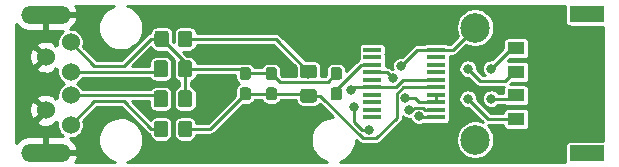
<source format=gbr>
%TF.GenerationSoftware,KiCad,Pcbnew,(5.1.0)-1*%
%TF.CreationDate,2024-04-08T09:54:17+02:00*%
%TF.ProjectId,USB-UART_RS422,5553422d-5541-4525-945f-52533432322e,rev?*%
%TF.SameCoordinates,Original*%
%TF.FileFunction,Copper,L1,Top*%
%TF.FilePolarity,Positive*%
%FSLAX46Y46*%
G04 Gerber Fmt 4.6, Leading zero omitted, Abs format (unit mm)*
G04 Created by KiCad (PCBNEW (5.1.0)-1) date 2024-04-08 09:54:17*
%MOMM*%
%LPD*%
G04 APERTURE LIST*
%TA.AperFunction,SMDPad,CuDef*%
%ADD10R,2.900000X1.350000*%
%TD*%
%TA.AperFunction,SMDPad,CuDef*%
%ADD11R,1.450000X1.100000*%
%TD*%
%TA.AperFunction,Conductor*%
%ADD12C,0.100000*%
%TD*%
%TA.AperFunction,SMDPad,CuDef*%
%ADD13C,0.950000*%
%TD*%
%TA.AperFunction,SMDPad,CuDef*%
%ADD14C,1.175000*%
%TD*%
%TA.AperFunction,SMDPad,CuDef*%
%ADD15C,1.150000*%
%TD*%
%TA.AperFunction,SMDPad,CuDef*%
%ADD16R,1.526000X0.435000*%
%TD*%
%TA.AperFunction,SMDPad,CuDef*%
%ADD17C,1.200000*%
%TD*%
%TA.AperFunction,ComponentPad*%
%ADD18C,2.500000*%
%TD*%
%TA.AperFunction,ComponentPad*%
%ADD19C,1.524000*%
%TD*%
%TA.AperFunction,ComponentPad*%
%ADD20O,4.200000X1.524000*%
%TD*%
%TA.AperFunction,ViaPad*%
%ADD21C,0.800000*%
%TD*%
%TA.AperFunction,Conductor*%
%ADD22C,0.250000*%
%TD*%
%TA.AperFunction,Conductor*%
%ADD23C,0.254000*%
%TD*%
G04 APERTURE END LIST*
D10*
%TO.P,J0,MP2*%
%TO.N,Net-(J0-PadMP2)*%
X158475000Y-90105000D03*
%TO.P,J0,MP1*%
%TO.N,Net-(J0-PadMP1)*%
X158475000Y-101895000D03*
D11*
%TO.P,J0,4*%
%TO.N,Net-(IC1-Pad5)*%
X152500000Y-93000000D03*
%TO.P,J0,3*%
%TO.N,Net-(IC1-Pad6)*%
X152500000Y-95000000D03*
%TO.P,J0,2*%
%TO.N,Net-(IC1-Pad7)*%
X152500000Y-97000000D03*
%TO.P,J0,1*%
%TO.N,Net-(IC1-Pad8)*%
X152500000Y-99000000D03*
%TD*%
D12*
%TO.N,/3.3V*%
%TO.C,C1*%
G36*
X137510779Y-96326144D02*
G01*
X137533834Y-96329563D01*
X137556443Y-96335227D01*
X137578387Y-96343079D01*
X137599457Y-96353044D01*
X137619448Y-96365026D01*
X137638168Y-96378910D01*
X137655438Y-96394562D01*
X137671090Y-96411832D01*
X137684974Y-96430552D01*
X137696956Y-96450543D01*
X137706921Y-96471613D01*
X137714773Y-96493557D01*
X137720437Y-96516166D01*
X137723856Y-96539221D01*
X137725000Y-96562500D01*
X137725000Y-97162500D01*
X137723856Y-97185779D01*
X137720437Y-97208834D01*
X137714773Y-97231443D01*
X137706921Y-97253387D01*
X137696956Y-97274457D01*
X137684974Y-97294448D01*
X137671090Y-97313168D01*
X137655438Y-97330438D01*
X137638168Y-97346090D01*
X137619448Y-97359974D01*
X137599457Y-97371956D01*
X137578387Y-97381921D01*
X137556443Y-97389773D01*
X137533834Y-97395437D01*
X137510779Y-97398856D01*
X137487500Y-97400000D01*
X137012500Y-97400000D01*
X136989221Y-97398856D01*
X136966166Y-97395437D01*
X136943557Y-97389773D01*
X136921613Y-97381921D01*
X136900543Y-97371956D01*
X136880552Y-97359974D01*
X136861832Y-97346090D01*
X136844562Y-97330438D01*
X136828910Y-97313168D01*
X136815026Y-97294448D01*
X136803044Y-97274457D01*
X136793079Y-97253387D01*
X136785227Y-97231443D01*
X136779563Y-97208834D01*
X136776144Y-97185779D01*
X136775000Y-97162500D01*
X136775000Y-96562500D01*
X136776144Y-96539221D01*
X136779563Y-96516166D01*
X136785227Y-96493557D01*
X136793079Y-96471613D01*
X136803044Y-96450543D01*
X136815026Y-96430552D01*
X136828910Y-96411832D01*
X136844562Y-96394562D01*
X136861832Y-96378910D01*
X136880552Y-96365026D01*
X136900543Y-96353044D01*
X136921613Y-96343079D01*
X136943557Y-96335227D01*
X136966166Y-96329563D01*
X136989221Y-96326144D01*
X137012500Y-96325000D01*
X137487500Y-96325000D01*
X137510779Y-96326144D01*
X137510779Y-96326144D01*
G37*
D13*
%TD*%
%TO.P,C1,1*%
%TO.N,/3.3V*%
X137250000Y-96862500D03*
D12*
%TO.N,GND*%
%TO.C,C1*%
G36*
X137510779Y-94601144D02*
G01*
X137533834Y-94604563D01*
X137556443Y-94610227D01*
X137578387Y-94618079D01*
X137599457Y-94628044D01*
X137619448Y-94640026D01*
X137638168Y-94653910D01*
X137655438Y-94669562D01*
X137671090Y-94686832D01*
X137684974Y-94705552D01*
X137696956Y-94725543D01*
X137706921Y-94746613D01*
X137714773Y-94768557D01*
X137720437Y-94791166D01*
X137723856Y-94814221D01*
X137725000Y-94837500D01*
X137725000Y-95437500D01*
X137723856Y-95460779D01*
X137720437Y-95483834D01*
X137714773Y-95506443D01*
X137706921Y-95528387D01*
X137696956Y-95549457D01*
X137684974Y-95569448D01*
X137671090Y-95588168D01*
X137655438Y-95605438D01*
X137638168Y-95621090D01*
X137619448Y-95634974D01*
X137599457Y-95646956D01*
X137578387Y-95656921D01*
X137556443Y-95664773D01*
X137533834Y-95670437D01*
X137510779Y-95673856D01*
X137487500Y-95675000D01*
X137012500Y-95675000D01*
X136989221Y-95673856D01*
X136966166Y-95670437D01*
X136943557Y-95664773D01*
X136921613Y-95656921D01*
X136900543Y-95646956D01*
X136880552Y-95634974D01*
X136861832Y-95621090D01*
X136844562Y-95605438D01*
X136828910Y-95588168D01*
X136815026Y-95569448D01*
X136803044Y-95549457D01*
X136793079Y-95528387D01*
X136785227Y-95506443D01*
X136779563Y-95483834D01*
X136776144Y-95460779D01*
X136775000Y-95437500D01*
X136775000Y-94837500D01*
X136776144Y-94814221D01*
X136779563Y-94791166D01*
X136785227Y-94768557D01*
X136793079Y-94746613D01*
X136803044Y-94725543D01*
X136815026Y-94705552D01*
X136828910Y-94686832D01*
X136844562Y-94669562D01*
X136861832Y-94653910D01*
X136880552Y-94640026D01*
X136900543Y-94628044D01*
X136921613Y-94618079D01*
X136943557Y-94610227D01*
X136966166Y-94604563D01*
X136989221Y-94601144D01*
X137012500Y-94600000D01*
X137487500Y-94600000D01*
X137510779Y-94601144D01*
X137510779Y-94601144D01*
G37*
D13*
%TD*%
%TO.P,C1,2*%
%TO.N,GND*%
X137250000Y-95137500D03*
D12*
%TO.N,GND*%
%TO.C,C2.0*%
G36*
X129800779Y-94601144D02*
G01*
X129823834Y-94604563D01*
X129846443Y-94610227D01*
X129868387Y-94618079D01*
X129889457Y-94628044D01*
X129909448Y-94640026D01*
X129928168Y-94653910D01*
X129945438Y-94669562D01*
X129961090Y-94686832D01*
X129974974Y-94705552D01*
X129986956Y-94725543D01*
X129996921Y-94746613D01*
X130004773Y-94768557D01*
X130010437Y-94791166D01*
X130013856Y-94814221D01*
X130015000Y-94837500D01*
X130015000Y-95437500D01*
X130013856Y-95460779D01*
X130010437Y-95483834D01*
X130004773Y-95506443D01*
X129996921Y-95528387D01*
X129986956Y-95549457D01*
X129974974Y-95569448D01*
X129961090Y-95588168D01*
X129945438Y-95605438D01*
X129928168Y-95621090D01*
X129909448Y-95634974D01*
X129889457Y-95646956D01*
X129868387Y-95656921D01*
X129846443Y-95664773D01*
X129823834Y-95670437D01*
X129800779Y-95673856D01*
X129777500Y-95675000D01*
X129302500Y-95675000D01*
X129279221Y-95673856D01*
X129256166Y-95670437D01*
X129233557Y-95664773D01*
X129211613Y-95656921D01*
X129190543Y-95646956D01*
X129170552Y-95634974D01*
X129151832Y-95621090D01*
X129134562Y-95605438D01*
X129118910Y-95588168D01*
X129105026Y-95569448D01*
X129093044Y-95549457D01*
X129083079Y-95528387D01*
X129075227Y-95506443D01*
X129069563Y-95483834D01*
X129066144Y-95460779D01*
X129065000Y-95437500D01*
X129065000Y-94837500D01*
X129066144Y-94814221D01*
X129069563Y-94791166D01*
X129075227Y-94768557D01*
X129083079Y-94746613D01*
X129093044Y-94725543D01*
X129105026Y-94705552D01*
X129118910Y-94686832D01*
X129134562Y-94669562D01*
X129151832Y-94653910D01*
X129170552Y-94640026D01*
X129190543Y-94628044D01*
X129211613Y-94618079D01*
X129233557Y-94610227D01*
X129256166Y-94604563D01*
X129279221Y-94601144D01*
X129302500Y-94600000D01*
X129777500Y-94600000D01*
X129800779Y-94601144D01*
X129800779Y-94601144D01*
G37*
D13*
%TD*%
%TO.P,C2.0,2*%
%TO.N,GND*%
X129540000Y-95137500D03*
D12*
%TO.N,/5V*%
%TO.C,C2.0*%
G36*
X129800779Y-96326144D02*
G01*
X129823834Y-96329563D01*
X129846443Y-96335227D01*
X129868387Y-96343079D01*
X129889457Y-96353044D01*
X129909448Y-96365026D01*
X129928168Y-96378910D01*
X129945438Y-96394562D01*
X129961090Y-96411832D01*
X129974974Y-96430552D01*
X129986956Y-96450543D01*
X129996921Y-96471613D01*
X130004773Y-96493557D01*
X130010437Y-96516166D01*
X130013856Y-96539221D01*
X130015000Y-96562500D01*
X130015000Y-97162500D01*
X130013856Y-97185779D01*
X130010437Y-97208834D01*
X130004773Y-97231443D01*
X129996921Y-97253387D01*
X129986956Y-97274457D01*
X129974974Y-97294448D01*
X129961090Y-97313168D01*
X129945438Y-97330438D01*
X129928168Y-97346090D01*
X129909448Y-97359974D01*
X129889457Y-97371956D01*
X129868387Y-97381921D01*
X129846443Y-97389773D01*
X129823834Y-97395437D01*
X129800779Y-97398856D01*
X129777500Y-97400000D01*
X129302500Y-97400000D01*
X129279221Y-97398856D01*
X129256166Y-97395437D01*
X129233557Y-97389773D01*
X129211613Y-97381921D01*
X129190543Y-97371956D01*
X129170552Y-97359974D01*
X129151832Y-97346090D01*
X129134562Y-97330438D01*
X129118910Y-97313168D01*
X129105026Y-97294448D01*
X129093044Y-97274457D01*
X129083079Y-97253387D01*
X129075227Y-97231443D01*
X129069563Y-97208834D01*
X129066144Y-97185779D01*
X129065000Y-97162500D01*
X129065000Y-96562500D01*
X129066144Y-96539221D01*
X129069563Y-96516166D01*
X129075227Y-96493557D01*
X129083079Y-96471613D01*
X129093044Y-96450543D01*
X129105026Y-96430552D01*
X129118910Y-96411832D01*
X129134562Y-96394562D01*
X129151832Y-96378910D01*
X129170552Y-96365026D01*
X129190543Y-96353044D01*
X129211613Y-96343079D01*
X129233557Y-96335227D01*
X129256166Y-96329563D01*
X129279221Y-96326144D01*
X129302500Y-96325000D01*
X129777500Y-96325000D01*
X129800779Y-96326144D01*
X129800779Y-96326144D01*
G37*
D13*
%TD*%
%TO.P,C2.0,1*%
%TO.N,/5V*%
X129540000Y-96862500D03*
D12*
%TO.N,/5V*%
%TO.C,C2.1*%
G36*
X132010779Y-96326144D02*
G01*
X132033834Y-96329563D01*
X132056443Y-96335227D01*
X132078387Y-96343079D01*
X132099457Y-96353044D01*
X132119448Y-96365026D01*
X132138168Y-96378910D01*
X132155438Y-96394562D01*
X132171090Y-96411832D01*
X132184974Y-96430552D01*
X132196956Y-96450543D01*
X132206921Y-96471613D01*
X132214773Y-96493557D01*
X132220437Y-96516166D01*
X132223856Y-96539221D01*
X132225000Y-96562500D01*
X132225000Y-97162500D01*
X132223856Y-97185779D01*
X132220437Y-97208834D01*
X132214773Y-97231443D01*
X132206921Y-97253387D01*
X132196956Y-97274457D01*
X132184974Y-97294448D01*
X132171090Y-97313168D01*
X132155438Y-97330438D01*
X132138168Y-97346090D01*
X132119448Y-97359974D01*
X132099457Y-97371956D01*
X132078387Y-97381921D01*
X132056443Y-97389773D01*
X132033834Y-97395437D01*
X132010779Y-97398856D01*
X131987500Y-97400000D01*
X131512500Y-97400000D01*
X131489221Y-97398856D01*
X131466166Y-97395437D01*
X131443557Y-97389773D01*
X131421613Y-97381921D01*
X131400543Y-97371956D01*
X131380552Y-97359974D01*
X131361832Y-97346090D01*
X131344562Y-97330438D01*
X131328910Y-97313168D01*
X131315026Y-97294448D01*
X131303044Y-97274457D01*
X131293079Y-97253387D01*
X131285227Y-97231443D01*
X131279563Y-97208834D01*
X131276144Y-97185779D01*
X131275000Y-97162500D01*
X131275000Y-96562500D01*
X131276144Y-96539221D01*
X131279563Y-96516166D01*
X131285227Y-96493557D01*
X131293079Y-96471613D01*
X131303044Y-96450543D01*
X131315026Y-96430552D01*
X131328910Y-96411832D01*
X131344562Y-96394562D01*
X131361832Y-96378910D01*
X131380552Y-96365026D01*
X131400543Y-96353044D01*
X131421613Y-96343079D01*
X131443557Y-96335227D01*
X131466166Y-96329563D01*
X131489221Y-96326144D01*
X131512500Y-96325000D01*
X131987500Y-96325000D01*
X132010779Y-96326144D01*
X132010779Y-96326144D01*
G37*
D13*
%TD*%
%TO.P,C2.1,1*%
%TO.N,/5V*%
X131750000Y-96862500D03*
D12*
%TO.N,GND*%
%TO.C,C2.1*%
G36*
X132010779Y-94601144D02*
G01*
X132033834Y-94604563D01*
X132056443Y-94610227D01*
X132078387Y-94618079D01*
X132099457Y-94628044D01*
X132119448Y-94640026D01*
X132138168Y-94653910D01*
X132155438Y-94669562D01*
X132171090Y-94686832D01*
X132184974Y-94705552D01*
X132196956Y-94725543D01*
X132206921Y-94746613D01*
X132214773Y-94768557D01*
X132220437Y-94791166D01*
X132223856Y-94814221D01*
X132225000Y-94837500D01*
X132225000Y-95437500D01*
X132223856Y-95460779D01*
X132220437Y-95483834D01*
X132214773Y-95506443D01*
X132206921Y-95528387D01*
X132196956Y-95549457D01*
X132184974Y-95569448D01*
X132171090Y-95588168D01*
X132155438Y-95605438D01*
X132138168Y-95621090D01*
X132119448Y-95634974D01*
X132099457Y-95646956D01*
X132078387Y-95656921D01*
X132056443Y-95664773D01*
X132033834Y-95670437D01*
X132010779Y-95673856D01*
X131987500Y-95675000D01*
X131512500Y-95675000D01*
X131489221Y-95673856D01*
X131466166Y-95670437D01*
X131443557Y-95664773D01*
X131421613Y-95656921D01*
X131400543Y-95646956D01*
X131380552Y-95634974D01*
X131361832Y-95621090D01*
X131344562Y-95605438D01*
X131328910Y-95588168D01*
X131315026Y-95569448D01*
X131303044Y-95549457D01*
X131293079Y-95528387D01*
X131285227Y-95506443D01*
X131279563Y-95483834D01*
X131276144Y-95460779D01*
X131275000Y-95437500D01*
X131275000Y-94837500D01*
X131276144Y-94814221D01*
X131279563Y-94791166D01*
X131285227Y-94768557D01*
X131293079Y-94746613D01*
X131303044Y-94725543D01*
X131315026Y-94705552D01*
X131328910Y-94686832D01*
X131344562Y-94669562D01*
X131361832Y-94653910D01*
X131380552Y-94640026D01*
X131400543Y-94628044D01*
X131421613Y-94618079D01*
X131443557Y-94610227D01*
X131466166Y-94604563D01*
X131489221Y-94601144D01*
X131512500Y-94600000D01*
X131987500Y-94600000D01*
X132010779Y-94601144D01*
X132010779Y-94601144D01*
G37*
D13*
%TD*%
%TO.P,C2.1,2*%
%TO.N,GND*%
X131750000Y-95137500D03*
D12*
%TO.N,/D+*%
%TO.C,C3*%
G36*
X122747004Y-94026204D02*
G01*
X122771273Y-94029804D01*
X122795071Y-94035765D01*
X122818171Y-94044030D01*
X122840349Y-94054520D01*
X122861393Y-94067133D01*
X122881098Y-94081747D01*
X122899277Y-94098223D01*
X122915753Y-94116402D01*
X122930367Y-94136107D01*
X122942980Y-94157151D01*
X122953470Y-94179329D01*
X122961735Y-94202429D01*
X122967696Y-94226227D01*
X122971296Y-94250496D01*
X122972500Y-94275000D01*
X122972500Y-95225000D01*
X122971296Y-95249504D01*
X122967696Y-95273773D01*
X122961735Y-95297571D01*
X122953470Y-95320671D01*
X122942980Y-95342849D01*
X122930367Y-95363893D01*
X122915753Y-95383598D01*
X122899277Y-95401777D01*
X122881098Y-95418253D01*
X122861393Y-95432867D01*
X122840349Y-95445480D01*
X122818171Y-95455970D01*
X122795071Y-95464235D01*
X122771273Y-95470196D01*
X122747004Y-95473796D01*
X122722500Y-95475000D01*
X122047500Y-95475000D01*
X122022996Y-95473796D01*
X121998727Y-95470196D01*
X121974929Y-95464235D01*
X121951829Y-95455970D01*
X121929651Y-95445480D01*
X121908607Y-95432867D01*
X121888902Y-95418253D01*
X121870723Y-95401777D01*
X121854247Y-95383598D01*
X121839633Y-95363893D01*
X121827020Y-95342849D01*
X121816530Y-95320671D01*
X121808265Y-95297571D01*
X121802304Y-95273773D01*
X121798704Y-95249504D01*
X121797500Y-95225000D01*
X121797500Y-94275000D01*
X121798704Y-94250496D01*
X121802304Y-94226227D01*
X121808265Y-94202429D01*
X121816530Y-94179329D01*
X121827020Y-94157151D01*
X121839633Y-94136107D01*
X121854247Y-94116402D01*
X121870723Y-94098223D01*
X121888902Y-94081747D01*
X121908607Y-94067133D01*
X121929651Y-94054520D01*
X121951829Y-94044030D01*
X121974929Y-94035765D01*
X121998727Y-94029804D01*
X122022996Y-94026204D01*
X122047500Y-94025000D01*
X122722500Y-94025000D01*
X122747004Y-94026204D01*
X122747004Y-94026204D01*
G37*
D14*
%TD*%
%TO.P,C3,2*%
%TO.N,/D+*%
X122385000Y-94750000D03*
D12*
%TO.N,GND*%
%TO.C,C3*%
G36*
X124822004Y-94026204D02*
G01*
X124846273Y-94029804D01*
X124870071Y-94035765D01*
X124893171Y-94044030D01*
X124915349Y-94054520D01*
X124936393Y-94067133D01*
X124956098Y-94081747D01*
X124974277Y-94098223D01*
X124990753Y-94116402D01*
X125005367Y-94136107D01*
X125017980Y-94157151D01*
X125028470Y-94179329D01*
X125036735Y-94202429D01*
X125042696Y-94226227D01*
X125046296Y-94250496D01*
X125047500Y-94275000D01*
X125047500Y-95225000D01*
X125046296Y-95249504D01*
X125042696Y-95273773D01*
X125036735Y-95297571D01*
X125028470Y-95320671D01*
X125017980Y-95342849D01*
X125005367Y-95363893D01*
X124990753Y-95383598D01*
X124974277Y-95401777D01*
X124956098Y-95418253D01*
X124936393Y-95432867D01*
X124915349Y-95445480D01*
X124893171Y-95455970D01*
X124870071Y-95464235D01*
X124846273Y-95470196D01*
X124822004Y-95473796D01*
X124797500Y-95475000D01*
X124122500Y-95475000D01*
X124097996Y-95473796D01*
X124073727Y-95470196D01*
X124049929Y-95464235D01*
X124026829Y-95455970D01*
X124004651Y-95445480D01*
X123983607Y-95432867D01*
X123963902Y-95418253D01*
X123945723Y-95401777D01*
X123929247Y-95383598D01*
X123914633Y-95363893D01*
X123902020Y-95342849D01*
X123891530Y-95320671D01*
X123883265Y-95297571D01*
X123877304Y-95273773D01*
X123873704Y-95249504D01*
X123872500Y-95225000D01*
X123872500Y-94275000D01*
X123873704Y-94250496D01*
X123877304Y-94226227D01*
X123883265Y-94202429D01*
X123891530Y-94179329D01*
X123902020Y-94157151D01*
X123914633Y-94136107D01*
X123929247Y-94116402D01*
X123945723Y-94098223D01*
X123963902Y-94081747D01*
X123983607Y-94067133D01*
X124004651Y-94054520D01*
X124026829Y-94044030D01*
X124049929Y-94035765D01*
X124073727Y-94029804D01*
X124097996Y-94026204D01*
X124122500Y-94025000D01*
X124797500Y-94025000D01*
X124822004Y-94026204D01*
X124822004Y-94026204D01*
G37*
D14*
%TD*%
%TO.P,C3,1*%
%TO.N,GND*%
X124460000Y-94750000D03*
D12*
%TO.N,/D-*%
%TO.C,C4*%
G36*
X122747004Y-96566204D02*
G01*
X122771273Y-96569804D01*
X122795071Y-96575765D01*
X122818171Y-96584030D01*
X122840349Y-96594520D01*
X122861393Y-96607133D01*
X122881098Y-96621747D01*
X122899277Y-96638223D01*
X122915753Y-96656402D01*
X122930367Y-96676107D01*
X122942980Y-96697151D01*
X122953470Y-96719329D01*
X122961735Y-96742429D01*
X122967696Y-96766227D01*
X122971296Y-96790496D01*
X122972500Y-96815000D01*
X122972500Y-97765000D01*
X122971296Y-97789504D01*
X122967696Y-97813773D01*
X122961735Y-97837571D01*
X122953470Y-97860671D01*
X122942980Y-97882849D01*
X122930367Y-97903893D01*
X122915753Y-97923598D01*
X122899277Y-97941777D01*
X122881098Y-97958253D01*
X122861393Y-97972867D01*
X122840349Y-97985480D01*
X122818171Y-97995970D01*
X122795071Y-98004235D01*
X122771273Y-98010196D01*
X122747004Y-98013796D01*
X122722500Y-98015000D01*
X122047500Y-98015000D01*
X122022996Y-98013796D01*
X121998727Y-98010196D01*
X121974929Y-98004235D01*
X121951829Y-97995970D01*
X121929651Y-97985480D01*
X121908607Y-97972867D01*
X121888902Y-97958253D01*
X121870723Y-97941777D01*
X121854247Y-97923598D01*
X121839633Y-97903893D01*
X121827020Y-97882849D01*
X121816530Y-97860671D01*
X121808265Y-97837571D01*
X121802304Y-97813773D01*
X121798704Y-97789504D01*
X121797500Y-97765000D01*
X121797500Y-96815000D01*
X121798704Y-96790496D01*
X121802304Y-96766227D01*
X121808265Y-96742429D01*
X121816530Y-96719329D01*
X121827020Y-96697151D01*
X121839633Y-96676107D01*
X121854247Y-96656402D01*
X121870723Y-96638223D01*
X121888902Y-96621747D01*
X121908607Y-96607133D01*
X121929651Y-96594520D01*
X121951829Y-96584030D01*
X121974929Y-96575765D01*
X121998727Y-96569804D01*
X122022996Y-96566204D01*
X122047500Y-96565000D01*
X122722500Y-96565000D01*
X122747004Y-96566204D01*
X122747004Y-96566204D01*
G37*
D14*
%TD*%
%TO.P,C4,1*%
%TO.N,/D-*%
X122385000Y-97290000D03*
D12*
%TO.N,GND*%
%TO.C,C4*%
G36*
X124822004Y-96566204D02*
G01*
X124846273Y-96569804D01*
X124870071Y-96575765D01*
X124893171Y-96584030D01*
X124915349Y-96594520D01*
X124936393Y-96607133D01*
X124956098Y-96621747D01*
X124974277Y-96638223D01*
X124990753Y-96656402D01*
X125005367Y-96676107D01*
X125017980Y-96697151D01*
X125028470Y-96719329D01*
X125036735Y-96742429D01*
X125042696Y-96766227D01*
X125046296Y-96790496D01*
X125047500Y-96815000D01*
X125047500Y-97765000D01*
X125046296Y-97789504D01*
X125042696Y-97813773D01*
X125036735Y-97837571D01*
X125028470Y-97860671D01*
X125017980Y-97882849D01*
X125005367Y-97903893D01*
X124990753Y-97923598D01*
X124974277Y-97941777D01*
X124956098Y-97958253D01*
X124936393Y-97972867D01*
X124915349Y-97985480D01*
X124893171Y-97995970D01*
X124870071Y-98004235D01*
X124846273Y-98010196D01*
X124822004Y-98013796D01*
X124797500Y-98015000D01*
X124122500Y-98015000D01*
X124097996Y-98013796D01*
X124073727Y-98010196D01*
X124049929Y-98004235D01*
X124026829Y-97995970D01*
X124004651Y-97985480D01*
X123983607Y-97972867D01*
X123963902Y-97958253D01*
X123945723Y-97941777D01*
X123929247Y-97923598D01*
X123914633Y-97903893D01*
X123902020Y-97882849D01*
X123891530Y-97860671D01*
X123883265Y-97837571D01*
X123877304Y-97813773D01*
X123873704Y-97789504D01*
X123872500Y-97765000D01*
X123872500Y-96815000D01*
X123873704Y-96790496D01*
X123877304Y-96766227D01*
X123883265Y-96742429D01*
X123891530Y-96719329D01*
X123902020Y-96697151D01*
X123914633Y-96676107D01*
X123929247Y-96656402D01*
X123945723Y-96638223D01*
X123963902Y-96621747D01*
X123983607Y-96607133D01*
X124004651Y-96594520D01*
X124026829Y-96584030D01*
X124049929Y-96575765D01*
X124073727Y-96569804D01*
X124097996Y-96566204D01*
X124122500Y-96565000D01*
X124797500Y-96565000D01*
X124822004Y-96566204D01*
X124822004Y-96566204D01*
G37*
D14*
%TD*%
%TO.P,C4,2*%
%TO.N,GND*%
X124460000Y-97290000D03*
D12*
%TO.N,/5V*%
%TO.C,FB0*%
G36*
X124809505Y-99131204D02*
G01*
X124833773Y-99134804D01*
X124857572Y-99140765D01*
X124880671Y-99149030D01*
X124902850Y-99159520D01*
X124923893Y-99172132D01*
X124943599Y-99186747D01*
X124961777Y-99203223D01*
X124978253Y-99221401D01*
X124992868Y-99241107D01*
X125005480Y-99262150D01*
X125015970Y-99284329D01*
X125024235Y-99307428D01*
X125030196Y-99331227D01*
X125033796Y-99355495D01*
X125035000Y-99379999D01*
X125035000Y-100280001D01*
X125033796Y-100304505D01*
X125030196Y-100328773D01*
X125024235Y-100352572D01*
X125015970Y-100375671D01*
X125005480Y-100397850D01*
X124992868Y-100418893D01*
X124978253Y-100438599D01*
X124961777Y-100456777D01*
X124943599Y-100473253D01*
X124923893Y-100487868D01*
X124902850Y-100500480D01*
X124880671Y-100510970D01*
X124857572Y-100519235D01*
X124833773Y-100525196D01*
X124809505Y-100528796D01*
X124785001Y-100530000D01*
X124134999Y-100530000D01*
X124110495Y-100528796D01*
X124086227Y-100525196D01*
X124062428Y-100519235D01*
X124039329Y-100510970D01*
X124017150Y-100500480D01*
X123996107Y-100487868D01*
X123976401Y-100473253D01*
X123958223Y-100456777D01*
X123941747Y-100438599D01*
X123927132Y-100418893D01*
X123914520Y-100397850D01*
X123904030Y-100375671D01*
X123895765Y-100352572D01*
X123889804Y-100328773D01*
X123886204Y-100304505D01*
X123885000Y-100280001D01*
X123885000Y-99379999D01*
X123886204Y-99355495D01*
X123889804Y-99331227D01*
X123895765Y-99307428D01*
X123904030Y-99284329D01*
X123914520Y-99262150D01*
X123927132Y-99241107D01*
X123941747Y-99221401D01*
X123958223Y-99203223D01*
X123976401Y-99186747D01*
X123996107Y-99172132D01*
X124017150Y-99159520D01*
X124039329Y-99149030D01*
X124062428Y-99140765D01*
X124086227Y-99134804D01*
X124110495Y-99131204D01*
X124134999Y-99130000D01*
X124785001Y-99130000D01*
X124809505Y-99131204D01*
X124809505Y-99131204D01*
G37*
D15*
%TD*%
%TO.P,FB0,1*%
%TO.N,/5V*%
X124460000Y-99830000D03*
D12*
%TO.N,Net-(C0-Pad1)*%
%TO.C,FB0*%
G36*
X122759505Y-99131204D02*
G01*
X122783773Y-99134804D01*
X122807572Y-99140765D01*
X122830671Y-99149030D01*
X122852850Y-99159520D01*
X122873893Y-99172132D01*
X122893599Y-99186747D01*
X122911777Y-99203223D01*
X122928253Y-99221401D01*
X122942868Y-99241107D01*
X122955480Y-99262150D01*
X122965970Y-99284329D01*
X122974235Y-99307428D01*
X122980196Y-99331227D01*
X122983796Y-99355495D01*
X122985000Y-99379999D01*
X122985000Y-100280001D01*
X122983796Y-100304505D01*
X122980196Y-100328773D01*
X122974235Y-100352572D01*
X122965970Y-100375671D01*
X122955480Y-100397850D01*
X122942868Y-100418893D01*
X122928253Y-100438599D01*
X122911777Y-100456777D01*
X122893599Y-100473253D01*
X122873893Y-100487868D01*
X122852850Y-100500480D01*
X122830671Y-100510970D01*
X122807572Y-100519235D01*
X122783773Y-100525196D01*
X122759505Y-100528796D01*
X122735001Y-100530000D01*
X122084999Y-100530000D01*
X122060495Y-100528796D01*
X122036227Y-100525196D01*
X122012428Y-100519235D01*
X121989329Y-100510970D01*
X121967150Y-100500480D01*
X121946107Y-100487868D01*
X121926401Y-100473253D01*
X121908223Y-100456777D01*
X121891747Y-100438599D01*
X121877132Y-100418893D01*
X121864520Y-100397850D01*
X121854030Y-100375671D01*
X121845765Y-100352572D01*
X121839804Y-100328773D01*
X121836204Y-100304505D01*
X121835000Y-100280001D01*
X121835000Y-99379999D01*
X121836204Y-99355495D01*
X121839804Y-99331227D01*
X121845765Y-99307428D01*
X121854030Y-99284329D01*
X121864520Y-99262150D01*
X121877132Y-99241107D01*
X121891747Y-99221401D01*
X121908223Y-99203223D01*
X121926401Y-99186747D01*
X121946107Y-99172132D01*
X121967150Y-99159520D01*
X121989329Y-99149030D01*
X122012428Y-99140765D01*
X122036227Y-99134804D01*
X122060495Y-99131204D01*
X122084999Y-99130000D01*
X122735001Y-99130000D01*
X122759505Y-99131204D01*
X122759505Y-99131204D01*
G37*
D15*
%TD*%
%TO.P,FB0,2*%
%TO.N,Net-(C0-Pad1)*%
X122410000Y-99830000D03*
D16*
%TO.P,IC0,1*%
%TO.N,Net-(IC0-Pad1)*%
X140288000Y-93142000D03*
%TO.P,IC0,2*%
%TO.N,Net-(IC0-Pad2)*%
X140288000Y-93778000D03*
%TO.P,IC0,3*%
%TO.N,/3.3V*%
X140288000Y-94412000D03*
%TO.P,IC0,4*%
%TO.N,Net-(IC0-Pad4)*%
X140288000Y-95048000D03*
%TO.P,IC0,5*%
%TO.N,Net-(IC0-Pad5)*%
X140288000Y-95682000D03*
%TO.P,IC0,6*%
%TO.N,GND*%
X140288000Y-96318000D03*
%TO.P,IC0,7*%
%TO.N,Net-(IC0-Pad7)*%
X140288000Y-96952000D03*
%TO.P,IC0,8*%
%TO.N,Net-(IC0-Pad8)*%
X140288000Y-97588000D03*
%TO.P,IC0,9*%
%TO.N,Net-(IC0-Pad9)*%
X140288000Y-98222000D03*
%TO.P,IC0,10*%
%TO.N,Net-(IC0-Pad10)*%
X140288000Y-98858000D03*
%TO.P,IC0,11*%
%TO.N,Net-(IC0-Pad11)*%
X145712000Y-98858000D03*
%TO.P,IC0,12*%
%TO.N,Net-(IC0-Pad12)*%
X145712000Y-98222000D03*
%TO.P,IC0,13*%
%TO.N,/3.3V*%
X145712000Y-97588000D03*
%TO.P,IC0,14*%
X145712000Y-96952000D03*
%TO.P,IC0,15*%
%TO.N,/5V*%
X145712000Y-96318000D03*
%TO.P,IC0,16*%
%TO.N,GND*%
X145712000Y-95682000D03*
%TO.P,IC0,17*%
%TO.N,Net-(IC0-Pad17)*%
X145712000Y-95048000D03*
%TO.P,IC0,18*%
%TO.N,Net-(IC0-Pad18)*%
X145712000Y-94412000D03*
%TO.P,IC0,19*%
%TO.N,Net-(IC0-Pad19)*%
X145712000Y-93778000D03*
%TO.P,IC0,20*%
%TO.N,Net-(IC0-Pad20)*%
X145712000Y-93142000D03*
%TD*%
D12*
%TO.N,Net-(LED0-Pad1)*%
%TO.C,LED0*%
G36*
X135364505Y-94401204D02*
G01*
X135388773Y-94404804D01*
X135412572Y-94410765D01*
X135435671Y-94419030D01*
X135457850Y-94429520D01*
X135478893Y-94442132D01*
X135498599Y-94456747D01*
X135516777Y-94473223D01*
X135533253Y-94491401D01*
X135547868Y-94511107D01*
X135560480Y-94532150D01*
X135570970Y-94554329D01*
X135579235Y-94577428D01*
X135585196Y-94601227D01*
X135588796Y-94625495D01*
X135590000Y-94649999D01*
X135590000Y-95300001D01*
X135588796Y-95324505D01*
X135585196Y-95348773D01*
X135579235Y-95372572D01*
X135570970Y-95395671D01*
X135560480Y-95417850D01*
X135547868Y-95438893D01*
X135533253Y-95458599D01*
X135516777Y-95476777D01*
X135498599Y-95493253D01*
X135478893Y-95507868D01*
X135457850Y-95520480D01*
X135435671Y-95530970D01*
X135412572Y-95539235D01*
X135388773Y-95545196D01*
X135364505Y-95548796D01*
X135340001Y-95550000D01*
X134439999Y-95550000D01*
X134415495Y-95548796D01*
X134391227Y-95545196D01*
X134367428Y-95539235D01*
X134344329Y-95530970D01*
X134322150Y-95520480D01*
X134301107Y-95507868D01*
X134281401Y-95493253D01*
X134263223Y-95476777D01*
X134246747Y-95458599D01*
X134232132Y-95438893D01*
X134219520Y-95417850D01*
X134209030Y-95395671D01*
X134200765Y-95372572D01*
X134194804Y-95348773D01*
X134191204Y-95324505D01*
X134190000Y-95300001D01*
X134190000Y-94649999D01*
X134191204Y-94625495D01*
X134194804Y-94601227D01*
X134200765Y-94577428D01*
X134209030Y-94554329D01*
X134219520Y-94532150D01*
X134232132Y-94511107D01*
X134246747Y-94491401D01*
X134263223Y-94473223D01*
X134281401Y-94456747D01*
X134301107Y-94442132D01*
X134322150Y-94429520D01*
X134344329Y-94419030D01*
X134367428Y-94410765D01*
X134391227Y-94404804D01*
X134415495Y-94401204D01*
X134439999Y-94400000D01*
X135340001Y-94400000D01*
X135364505Y-94401204D01*
X135364505Y-94401204D01*
G37*
D15*
%TD*%
%TO.P,LED0,1*%
%TO.N,Net-(LED0-Pad1)*%
X134890000Y-94975000D03*
D12*
%TO.N,/5V*%
%TO.C,LED0*%
G36*
X135364505Y-96451204D02*
G01*
X135388773Y-96454804D01*
X135412572Y-96460765D01*
X135435671Y-96469030D01*
X135457850Y-96479520D01*
X135478893Y-96492132D01*
X135498599Y-96506747D01*
X135516777Y-96523223D01*
X135533253Y-96541401D01*
X135547868Y-96561107D01*
X135560480Y-96582150D01*
X135570970Y-96604329D01*
X135579235Y-96627428D01*
X135585196Y-96651227D01*
X135588796Y-96675495D01*
X135590000Y-96699999D01*
X135590000Y-97350001D01*
X135588796Y-97374505D01*
X135585196Y-97398773D01*
X135579235Y-97422572D01*
X135570970Y-97445671D01*
X135560480Y-97467850D01*
X135547868Y-97488893D01*
X135533253Y-97508599D01*
X135516777Y-97526777D01*
X135498599Y-97543253D01*
X135478893Y-97557868D01*
X135457850Y-97570480D01*
X135435671Y-97580970D01*
X135412572Y-97589235D01*
X135388773Y-97595196D01*
X135364505Y-97598796D01*
X135340001Y-97600000D01*
X134439999Y-97600000D01*
X134415495Y-97598796D01*
X134391227Y-97595196D01*
X134367428Y-97589235D01*
X134344329Y-97580970D01*
X134322150Y-97570480D01*
X134301107Y-97557868D01*
X134281401Y-97543253D01*
X134263223Y-97526777D01*
X134246747Y-97508599D01*
X134232132Y-97488893D01*
X134219520Y-97467850D01*
X134209030Y-97445671D01*
X134200765Y-97422572D01*
X134194804Y-97398773D01*
X134191204Y-97374505D01*
X134190000Y-97350001D01*
X134190000Y-96699999D01*
X134191204Y-96675495D01*
X134194804Y-96651227D01*
X134200765Y-96627428D01*
X134209030Y-96604329D01*
X134219520Y-96582150D01*
X134232132Y-96561107D01*
X134246747Y-96541401D01*
X134263223Y-96523223D01*
X134281401Y-96506747D01*
X134301107Y-96492132D01*
X134322150Y-96479520D01*
X134344329Y-96469030D01*
X134367428Y-96460765D01*
X134391227Y-96454804D01*
X134415495Y-96451204D01*
X134439999Y-96450000D01*
X135340001Y-96450000D01*
X135364505Y-96451204D01*
X135364505Y-96451204D01*
G37*
D15*
%TD*%
%TO.P,LED0,2*%
%TO.N,/5V*%
X134890000Y-97025000D03*
D12*
%TO.N,GND*%
%TO.C,R0*%
G36*
X122834505Y-91511204D02*
G01*
X122858773Y-91514804D01*
X122882572Y-91520765D01*
X122905671Y-91529030D01*
X122927850Y-91539520D01*
X122948893Y-91552132D01*
X122968599Y-91566747D01*
X122986777Y-91583223D01*
X123003253Y-91601401D01*
X123017868Y-91621107D01*
X123030480Y-91642150D01*
X123040970Y-91664329D01*
X123049235Y-91687428D01*
X123055196Y-91711227D01*
X123058796Y-91735495D01*
X123060000Y-91759999D01*
X123060000Y-92660001D01*
X123058796Y-92684505D01*
X123055196Y-92708773D01*
X123049235Y-92732572D01*
X123040970Y-92755671D01*
X123030480Y-92777850D01*
X123017868Y-92798893D01*
X123003253Y-92818599D01*
X122986777Y-92836777D01*
X122968599Y-92853253D01*
X122948893Y-92867868D01*
X122927850Y-92880480D01*
X122905671Y-92890970D01*
X122882572Y-92899235D01*
X122858773Y-92905196D01*
X122834505Y-92908796D01*
X122810001Y-92910000D01*
X122109999Y-92910000D01*
X122085495Y-92908796D01*
X122061227Y-92905196D01*
X122037428Y-92899235D01*
X122014329Y-92890970D01*
X121992150Y-92880480D01*
X121971107Y-92867868D01*
X121951401Y-92853253D01*
X121933223Y-92836777D01*
X121916747Y-92818599D01*
X121902132Y-92798893D01*
X121889520Y-92777850D01*
X121879030Y-92755671D01*
X121870765Y-92732572D01*
X121864804Y-92708773D01*
X121861204Y-92684505D01*
X121860000Y-92660001D01*
X121860000Y-91759999D01*
X121861204Y-91735495D01*
X121864804Y-91711227D01*
X121870765Y-91687428D01*
X121879030Y-91664329D01*
X121889520Y-91642150D01*
X121902132Y-91621107D01*
X121916747Y-91601401D01*
X121933223Y-91583223D01*
X121951401Y-91566747D01*
X121971107Y-91552132D01*
X121992150Y-91539520D01*
X122014329Y-91529030D01*
X122037428Y-91520765D01*
X122061227Y-91514804D01*
X122085495Y-91511204D01*
X122109999Y-91510000D01*
X122810001Y-91510000D01*
X122834505Y-91511204D01*
X122834505Y-91511204D01*
G37*
D17*
%TD*%
%TO.P,R0,1*%
%TO.N,GND*%
X122460000Y-92210000D03*
D12*
%TO.N,Net-(LED0-Pad1)*%
%TO.C,R0*%
G36*
X124834505Y-91511204D02*
G01*
X124858773Y-91514804D01*
X124882572Y-91520765D01*
X124905671Y-91529030D01*
X124927850Y-91539520D01*
X124948893Y-91552132D01*
X124968599Y-91566747D01*
X124986777Y-91583223D01*
X125003253Y-91601401D01*
X125017868Y-91621107D01*
X125030480Y-91642150D01*
X125040970Y-91664329D01*
X125049235Y-91687428D01*
X125055196Y-91711227D01*
X125058796Y-91735495D01*
X125060000Y-91759999D01*
X125060000Y-92660001D01*
X125058796Y-92684505D01*
X125055196Y-92708773D01*
X125049235Y-92732572D01*
X125040970Y-92755671D01*
X125030480Y-92777850D01*
X125017868Y-92798893D01*
X125003253Y-92818599D01*
X124986777Y-92836777D01*
X124968599Y-92853253D01*
X124948893Y-92867868D01*
X124927850Y-92880480D01*
X124905671Y-92890970D01*
X124882572Y-92899235D01*
X124858773Y-92905196D01*
X124834505Y-92908796D01*
X124810001Y-92910000D01*
X124109999Y-92910000D01*
X124085495Y-92908796D01*
X124061227Y-92905196D01*
X124037428Y-92899235D01*
X124014329Y-92890970D01*
X123992150Y-92880480D01*
X123971107Y-92867868D01*
X123951401Y-92853253D01*
X123933223Y-92836777D01*
X123916747Y-92818599D01*
X123902132Y-92798893D01*
X123889520Y-92777850D01*
X123879030Y-92755671D01*
X123870765Y-92732572D01*
X123864804Y-92708773D01*
X123861204Y-92684505D01*
X123860000Y-92660001D01*
X123860000Y-91759999D01*
X123861204Y-91735495D01*
X123864804Y-91711227D01*
X123870765Y-91687428D01*
X123879030Y-91664329D01*
X123889520Y-91642150D01*
X123902132Y-91621107D01*
X123916747Y-91601401D01*
X123933223Y-91583223D01*
X123951401Y-91566747D01*
X123971107Y-91552132D01*
X123992150Y-91539520D01*
X124014329Y-91529030D01*
X124037428Y-91520765D01*
X124061227Y-91514804D01*
X124085495Y-91511204D01*
X124109999Y-91510000D01*
X124810001Y-91510000D01*
X124834505Y-91511204D01*
X124834505Y-91511204D01*
G37*
D17*
%TD*%
%TO.P,R0,2*%
%TO.N,Net-(LED0-Pad1)*%
X124460000Y-92210000D03*
D18*
%TO.P,RX0,1*%
%TO.N,Net-(IC0-Pad4)*%
X149000000Y-100750000D03*
%TD*%
%TO.P,TX0,1*%
%TO.N,Net-(IC0-Pad20)*%
X149000000Y-91250000D03*
%TD*%
D19*
%TO.P,U0,3*%
%TO.N,/D+*%
X114750000Y-95000000D03*
%TO.P,U0,2*%
%TO.N,/D-*%
X114750000Y-97000000D03*
%TO.P,U0,4*%
%TO.N,GND*%
X114750000Y-92500000D03*
%TO.P,U0,1*%
%TO.N,Net-(C0-Pad1)*%
X114750000Y-99500000D03*
%TO.P,U0,5*%
%TO.N,/SHIELD*%
X112650000Y-93750000D03*
X112650000Y-98250000D03*
D20*
X112650000Y-101850000D03*
X112650000Y-90150000D03*
%TD*%
D21*
%TO.N,GND*%
X137250000Y-95137500D03*
X138500000Y-96500000D03*
%TO.N,/3.3V*%
X137250000Y-96862500D03*
X143093123Y-97249524D03*
%TO.N,Net-(IC0-Pad4)*%
X142044142Y-95544142D03*
X140000000Y-99908190D03*
X138772669Y-97977331D03*
%TO.N,Net-(IC0-Pad11)*%
X144250000Y-98750000D03*
%TO.N,Net-(IC0-Pad12)*%
X143417948Y-98195299D03*
%TO.N,Net-(IC0-Pad20)*%
X142750000Y-94500000D03*
%TO.N,Net-(IC1-Pad5)*%
X150380000Y-94730000D03*
%TO.N,Net-(IC1-Pad6)*%
X148380000Y-94730000D03*
%TO.N,/SHIELD*%
X126500000Y-93250000D03*
%TO.N,Net-(IC1-Pad7)*%
X150380000Y-97270000D03*
%TO.N,Net-(IC1-Pad8)*%
X148380000Y-97270000D03*
%TD*%
D22*
%TO.N,Net-(C0-Pad1)*%
X122410000Y-99830000D02*
X121580000Y-99830000D01*
X121580000Y-99830000D02*
X119250000Y-97500000D01*
X116750000Y-97500000D02*
X114750000Y-99500000D01*
X119250000Y-97500000D02*
X116750000Y-97500000D01*
%TO.N,GND*%
X124460000Y-94750000D02*
X124460000Y-97290000D01*
X129152500Y-94750000D02*
X129540000Y-95137500D01*
X124460000Y-94750000D02*
X129152500Y-94750000D01*
X129540000Y-95137500D02*
X131750000Y-95137500D01*
X124460000Y-94210000D02*
X122460000Y-92210000D01*
X124460000Y-94750000D02*
X124460000Y-94210000D01*
X122460000Y-92210000D02*
X121540000Y-92210000D01*
X121540000Y-92210000D02*
X119250000Y-94500000D01*
X116750000Y-94500000D02*
X114750000Y-92500000D01*
X119250000Y-94500000D02*
X116750000Y-94500000D01*
X132487510Y-95875010D02*
X131750000Y-95137500D01*
X136512490Y-95875010D02*
X132487510Y-95875010D01*
X137250000Y-95137500D02*
X136512490Y-95875010D01*
X142931590Y-95682000D02*
X145712000Y-95682000D01*
X142295590Y-96318000D02*
X142931590Y-95682000D01*
X140288000Y-96318000D02*
X142295590Y-96318000D01*
X138682000Y-96318000D02*
X138500000Y-96500000D01*
X140288000Y-96318000D02*
X138682000Y-96318000D01*
%TO.N,/3.3V*%
X139358498Y-94412000D02*
X140288000Y-94412000D01*
X137250000Y-96520498D02*
X139358498Y-94412000D01*
X137250000Y-96862500D02*
X137250000Y-96520498D01*
X143093123Y-97249524D02*
X143924535Y-97249524D01*
X145698989Y-97574989D02*
X145712000Y-97588000D01*
X144250000Y-97574989D02*
X145698989Y-97574989D01*
X143924535Y-97249524D02*
X144250000Y-97574989D01*
X145712000Y-97588000D02*
X145712000Y-96952000D01*
%TO.N,/5V*%
X126572500Y-99830000D02*
X129540000Y-96862500D01*
X124460000Y-99830000D02*
X126572500Y-99830000D01*
X129540000Y-96862500D02*
X131750000Y-96862500D01*
X134727500Y-96862500D02*
X134890000Y-97025000D01*
X131750000Y-96862500D02*
X134727500Y-96862500D01*
X142932000Y-96318000D02*
X145712000Y-96318000D01*
X142368123Y-96881877D02*
X142932000Y-96318000D01*
X142368123Y-98868123D02*
X142368123Y-96881877D01*
X140603058Y-100633190D02*
X142368123Y-98868123D01*
X139500000Y-100633190D02*
X140603058Y-100633190D01*
X135891811Y-97025000D02*
X139500000Y-100633190D01*
X134890000Y-97025000D02*
X135891811Y-97025000D01*
%TO.N,/D+*%
X122385000Y-94750000D02*
X122135000Y-95000000D01*
X122135000Y-95000000D02*
X114750000Y-95000000D01*
%TO.N,/D-*%
X122095000Y-97000000D02*
X114750000Y-97000000D01*
X122385000Y-97290000D02*
X122095000Y-97000000D01*
%TO.N,Net-(IC0-Pad4)*%
X141548000Y-95048000D02*
X140288000Y-95048000D01*
X142044142Y-95544142D02*
X141548000Y-95048000D01*
X139772688Y-99908190D02*
X140000000Y-99908190D01*
X138772669Y-99246544D02*
X138772669Y-97977331D01*
X139434315Y-99908190D02*
X138772669Y-99246544D01*
X140000000Y-99908190D02*
X139434315Y-99908190D01*
%TO.N,Net-(IC0-Pad11)*%
X144358000Y-98858000D02*
X145712000Y-98858000D01*
X144250000Y-98750000D02*
X144358000Y-98858000D01*
%TO.N,Net-(IC0-Pad12)*%
X144795002Y-98222000D02*
X145712000Y-98222000D01*
X144598001Y-98024999D02*
X144795002Y-98222000D01*
X143901999Y-98024999D02*
X144598001Y-98024999D01*
X143676998Y-98250000D02*
X143901999Y-98024999D01*
X143472649Y-98250000D02*
X143676998Y-98250000D01*
X143417948Y-98195299D02*
X143472649Y-98250000D01*
%TO.N,Net-(IC0-Pad20)*%
X144108000Y-93142000D02*
X145712000Y-93142000D01*
X142750000Y-94500000D02*
X144108000Y-93142000D01*
X147108000Y-93142000D02*
X149000000Y-91250000D01*
X145712000Y-93142000D02*
X147108000Y-93142000D01*
%TO.N,Net-(IC1-Pad5)*%
X152110000Y-93000000D02*
X152500000Y-93000000D01*
X150380000Y-94730000D02*
X152110000Y-93000000D01*
%TO.N,Net-(IC1-Pad6)*%
X152325000Y-95000000D02*
X152500000Y-95000000D01*
X151525000Y-95800000D02*
X152325000Y-95000000D01*
X149450000Y-95800000D02*
X151525000Y-95800000D01*
X148380000Y-94730000D02*
X149450000Y-95800000D01*
%TO.N,Net-(LED0-Pad1)*%
X132125000Y-92210000D02*
X124460000Y-92210000D01*
X134890000Y-94975000D02*
X132125000Y-92210000D01*
%TO.N,Net-(IC1-Pad7)*%
X152230000Y-97270000D02*
X152500000Y-97000000D01*
X150380000Y-97270000D02*
X152230000Y-97270000D01*
%TO.N,Net-(IC1-Pad8)*%
X150110000Y-99000000D02*
X152500000Y-99000000D01*
X148380000Y-97270000D02*
X150110000Y-99000000D01*
%TD*%
D23*
%TO.N,/SHIELD*%
G36*
X118228928Y-89485085D02*
G01*
X117900806Y-89668467D01*
X117614552Y-89912088D01*
X117381069Y-90206670D01*
X117209250Y-90540992D01*
X117105641Y-90902320D01*
X117074188Y-91276891D01*
X117116088Y-91650438D01*
X117229745Y-92008732D01*
X117410831Y-92338126D01*
X117652448Y-92626074D01*
X117945393Y-92861608D01*
X118278508Y-93035756D01*
X118639104Y-93141885D01*
X119013446Y-93175953D01*
X119387276Y-93136662D01*
X119746355Y-93025508D01*
X120077006Y-92846726D01*
X120366633Y-92607125D01*
X120604206Y-92315832D01*
X120780676Y-91983942D01*
X120889320Y-91624095D01*
X120926000Y-91250000D01*
X120925249Y-91196223D01*
X120878138Y-90823298D01*
X120759489Y-90466625D01*
X120573821Y-90139791D01*
X120328207Y-89855245D01*
X120032002Y-89623824D01*
X119696489Y-89454344D01*
X119523340Y-89406000D01*
X156644521Y-89406000D01*
X156642157Y-89430000D01*
X156642157Y-90780000D01*
X156649513Y-90854689D01*
X156671299Y-90926508D01*
X156706678Y-90992696D01*
X156754289Y-91050711D01*
X156812304Y-91098322D01*
X156878492Y-91133701D01*
X156950311Y-91155487D01*
X157025000Y-91162843D01*
X159844001Y-91162843D01*
X159844000Y-100837157D01*
X157025000Y-100837157D01*
X156950311Y-100844513D01*
X156878492Y-100866299D01*
X156812304Y-100901678D01*
X156754289Y-100949289D01*
X156706678Y-101007304D01*
X156671299Y-101073492D01*
X156649513Y-101145311D01*
X156642157Y-101220000D01*
X156642157Y-102570000D01*
X156644521Y-102594000D01*
X137525094Y-102594000D01*
X137746355Y-102525508D01*
X138077006Y-102346726D01*
X138366633Y-102107125D01*
X138604206Y-101815832D01*
X138780676Y-101483942D01*
X138889320Y-101124095D01*
X138923787Y-100772569D01*
X139124628Y-100973410D01*
X139140473Y-100992717D01*
X139217521Y-101055949D01*
X139305425Y-101102935D01*
X139400807Y-101131868D01*
X139500000Y-101141638D01*
X139524854Y-101139190D01*
X140578212Y-101139190D01*
X140603058Y-101141637D01*
X140627904Y-101139190D01*
X140627912Y-101139190D01*
X140702251Y-101131868D01*
X140797633Y-101102935D01*
X140885537Y-101055949D01*
X140962585Y-100992717D01*
X140978434Y-100973405D01*
X141362478Y-100589360D01*
X147369000Y-100589360D01*
X147369000Y-100910640D01*
X147431678Y-101225745D01*
X147554626Y-101522568D01*
X147733119Y-101789702D01*
X147960298Y-102016881D01*
X148227432Y-102195374D01*
X148524255Y-102318322D01*
X148839360Y-102381000D01*
X149160640Y-102381000D01*
X149475745Y-102318322D01*
X149772568Y-102195374D01*
X150039702Y-102016881D01*
X150266881Y-101789702D01*
X150445374Y-101522568D01*
X150568322Y-101225745D01*
X150631000Y-100910640D01*
X150631000Y-100589360D01*
X150568322Y-100274255D01*
X150445374Y-99977432D01*
X150266881Y-99710298D01*
X150060118Y-99503535D01*
X150085146Y-99506000D01*
X150085153Y-99506000D01*
X150109999Y-99508447D01*
X150134845Y-99506000D01*
X151392157Y-99506000D01*
X151392157Y-99550000D01*
X151399513Y-99624689D01*
X151421299Y-99696508D01*
X151456678Y-99762696D01*
X151504289Y-99820711D01*
X151562304Y-99868322D01*
X151628492Y-99903701D01*
X151700311Y-99925487D01*
X151775000Y-99932843D01*
X153225000Y-99932843D01*
X153299689Y-99925487D01*
X153371508Y-99903701D01*
X153437696Y-99868322D01*
X153495711Y-99820711D01*
X153543322Y-99762696D01*
X153578701Y-99696508D01*
X153600487Y-99624689D01*
X153607843Y-99550000D01*
X153607843Y-98450000D01*
X153600487Y-98375311D01*
X153578701Y-98303492D01*
X153543322Y-98237304D01*
X153495711Y-98179289D01*
X153437696Y-98131678D01*
X153371508Y-98096299D01*
X153299689Y-98074513D01*
X153225000Y-98067157D01*
X151775000Y-98067157D01*
X151700311Y-98074513D01*
X151628492Y-98096299D01*
X151562304Y-98131678D01*
X151504289Y-98179289D01*
X151456678Y-98237304D01*
X151421299Y-98303492D01*
X151399513Y-98375311D01*
X151392157Y-98450000D01*
X151392157Y-98494000D01*
X150319592Y-98494000D01*
X149161000Y-97335409D01*
X149161000Y-97193078D01*
X149130987Y-97042191D01*
X149072113Y-96900058D01*
X148986642Y-96772141D01*
X148877859Y-96663358D01*
X148749942Y-96577887D01*
X148607809Y-96519013D01*
X148456922Y-96489000D01*
X148303078Y-96489000D01*
X148152191Y-96519013D01*
X148010058Y-96577887D01*
X147882141Y-96663358D01*
X147773358Y-96772141D01*
X147687887Y-96900058D01*
X147629013Y-97042191D01*
X147599000Y-97193078D01*
X147599000Y-97346922D01*
X147629013Y-97497809D01*
X147687887Y-97639942D01*
X147773358Y-97767859D01*
X147882141Y-97876642D01*
X148010058Y-97962113D01*
X148152191Y-98020987D01*
X148303078Y-98051000D01*
X148445409Y-98051000D01*
X149647038Y-99252630D01*
X149475745Y-99181678D01*
X149160640Y-99119000D01*
X148839360Y-99119000D01*
X148524255Y-99181678D01*
X148227432Y-99304626D01*
X147960298Y-99483119D01*
X147733119Y-99710298D01*
X147554626Y-99977432D01*
X147431678Y-100274255D01*
X147369000Y-100589360D01*
X141362478Y-100589360D01*
X142708343Y-99243495D01*
X142727650Y-99227650D01*
X142790882Y-99150602D01*
X142837868Y-99062698D01*
X142866801Y-98967316D01*
X142874123Y-98892977D01*
X142874123Y-98892969D01*
X142876570Y-98868123D01*
X142874123Y-98843277D01*
X142874123Y-98755975D01*
X142920089Y-98801941D01*
X143048006Y-98887412D01*
X143190139Y-98946286D01*
X143341026Y-98976299D01*
X143494870Y-98976299D01*
X143498566Y-98975564D01*
X143499013Y-98977809D01*
X143557887Y-99119942D01*
X143643358Y-99247859D01*
X143752141Y-99356642D01*
X143880058Y-99442113D01*
X144022191Y-99500987D01*
X144173078Y-99531000D01*
X144326922Y-99531000D01*
X144477809Y-99500987D01*
X144619942Y-99442113D01*
X144716517Y-99377584D01*
X144736304Y-99393822D01*
X144802492Y-99429201D01*
X144874311Y-99450987D01*
X144949000Y-99458343D01*
X146475000Y-99458343D01*
X146549689Y-99450987D01*
X146621508Y-99429201D01*
X146687696Y-99393822D01*
X146745711Y-99346211D01*
X146793322Y-99288196D01*
X146828701Y-99222008D01*
X146850487Y-99150189D01*
X146857843Y-99075500D01*
X146857843Y-98640500D01*
X146850487Y-98565811D01*
X146842657Y-98540000D01*
X146850487Y-98514189D01*
X146857843Y-98439500D01*
X146857843Y-98004500D01*
X146850487Y-97929811D01*
X146842961Y-97905000D01*
X146850487Y-97880189D01*
X146857843Y-97805500D01*
X146857843Y-97370500D01*
X146850487Y-97295811D01*
X146842657Y-97270000D01*
X146850487Y-97244189D01*
X146857843Y-97169500D01*
X146857843Y-96734500D01*
X146850487Y-96659811D01*
X146842961Y-96635000D01*
X146850487Y-96610189D01*
X146857843Y-96535500D01*
X146857843Y-96100500D01*
X146850487Y-96025811D01*
X146842657Y-96000000D01*
X146850487Y-95974189D01*
X146857843Y-95899500D01*
X146857843Y-95464500D01*
X146850487Y-95389811D01*
X146842961Y-95365000D01*
X146850487Y-95340189D01*
X146857843Y-95265500D01*
X146857843Y-94830500D01*
X146850487Y-94755811D01*
X146842657Y-94730000D01*
X146850487Y-94704189D01*
X146855520Y-94653078D01*
X147599000Y-94653078D01*
X147599000Y-94806922D01*
X147629013Y-94957809D01*
X147687887Y-95099942D01*
X147773358Y-95227859D01*
X147882141Y-95336642D01*
X148010058Y-95422113D01*
X148152191Y-95480987D01*
X148303078Y-95511000D01*
X148445409Y-95511000D01*
X149074628Y-96140220D01*
X149090473Y-96159527D01*
X149167521Y-96222759D01*
X149255425Y-96269745D01*
X149350807Y-96298678D01*
X149450000Y-96308448D01*
X149474854Y-96306000D01*
X151420538Y-96306000D01*
X151399513Y-96375311D01*
X151392157Y-96450000D01*
X151392157Y-96764000D01*
X150978501Y-96764000D01*
X150877859Y-96663358D01*
X150749942Y-96577887D01*
X150607809Y-96519013D01*
X150456922Y-96489000D01*
X150303078Y-96489000D01*
X150152191Y-96519013D01*
X150010058Y-96577887D01*
X149882141Y-96663358D01*
X149773358Y-96772141D01*
X149687887Y-96900058D01*
X149629013Y-97042191D01*
X149599000Y-97193078D01*
X149599000Y-97346922D01*
X149629013Y-97497809D01*
X149687887Y-97639942D01*
X149773358Y-97767859D01*
X149882141Y-97876642D01*
X150010058Y-97962113D01*
X150152191Y-98020987D01*
X150303078Y-98051000D01*
X150456922Y-98051000D01*
X150607809Y-98020987D01*
X150749942Y-97962113D01*
X150877859Y-97876642D01*
X150978501Y-97776000D01*
X151467596Y-97776000D01*
X151504289Y-97820711D01*
X151562304Y-97868322D01*
X151628492Y-97903701D01*
X151700311Y-97925487D01*
X151775000Y-97932843D01*
X153225000Y-97932843D01*
X153299689Y-97925487D01*
X153371508Y-97903701D01*
X153437696Y-97868322D01*
X153495711Y-97820711D01*
X153543322Y-97762696D01*
X153578701Y-97696508D01*
X153600487Y-97624689D01*
X153607843Y-97550000D01*
X153607843Y-96450000D01*
X153600487Y-96375311D01*
X153578701Y-96303492D01*
X153543322Y-96237304D01*
X153495711Y-96179289D01*
X153437696Y-96131678D01*
X153371508Y-96096299D01*
X153299689Y-96074513D01*
X153225000Y-96067157D01*
X151973434Y-96067157D01*
X152107748Y-95932843D01*
X153225000Y-95932843D01*
X153299689Y-95925487D01*
X153371508Y-95903701D01*
X153437696Y-95868322D01*
X153495711Y-95820711D01*
X153543322Y-95762696D01*
X153578701Y-95696508D01*
X153600487Y-95624689D01*
X153607843Y-95550000D01*
X153607843Y-94450000D01*
X153600487Y-94375311D01*
X153578701Y-94303492D01*
X153543322Y-94237304D01*
X153495711Y-94179289D01*
X153437696Y-94131678D01*
X153371508Y-94096299D01*
X153299689Y-94074513D01*
X153225000Y-94067157D01*
X151775000Y-94067157D01*
X151756625Y-94068967D01*
X151892749Y-93932843D01*
X153225000Y-93932843D01*
X153299689Y-93925487D01*
X153371508Y-93903701D01*
X153437696Y-93868322D01*
X153495711Y-93820711D01*
X153543322Y-93762696D01*
X153578701Y-93696508D01*
X153600487Y-93624689D01*
X153607843Y-93550000D01*
X153607843Y-92450000D01*
X153600487Y-92375311D01*
X153578701Y-92303492D01*
X153543322Y-92237304D01*
X153495711Y-92179289D01*
X153437696Y-92131678D01*
X153371508Y-92096299D01*
X153299689Y-92074513D01*
X153225000Y-92067157D01*
X151775000Y-92067157D01*
X151700311Y-92074513D01*
X151628492Y-92096299D01*
X151562304Y-92131678D01*
X151504289Y-92179289D01*
X151456678Y-92237304D01*
X151421299Y-92303492D01*
X151399513Y-92375311D01*
X151392157Y-92450000D01*
X151392157Y-93002251D01*
X150445409Y-93949000D01*
X150303078Y-93949000D01*
X150152191Y-93979013D01*
X150010058Y-94037887D01*
X149882141Y-94123358D01*
X149773358Y-94232141D01*
X149687887Y-94360058D01*
X149629013Y-94502191D01*
X149599000Y-94653078D01*
X149599000Y-94806922D01*
X149629013Y-94957809D01*
X149687887Y-95099942D01*
X149773358Y-95227859D01*
X149839499Y-95294000D01*
X149659592Y-95294000D01*
X149161000Y-94795409D01*
X149161000Y-94653078D01*
X149130987Y-94502191D01*
X149072113Y-94360058D01*
X148986642Y-94232141D01*
X148877859Y-94123358D01*
X148749942Y-94037887D01*
X148607809Y-93979013D01*
X148456922Y-93949000D01*
X148303078Y-93949000D01*
X148152191Y-93979013D01*
X148010058Y-94037887D01*
X147882141Y-94123358D01*
X147773358Y-94232141D01*
X147687887Y-94360058D01*
X147629013Y-94502191D01*
X147599000Y-94653078D01*
X146855520Y-94653078D01*
X146857843Y-94629500D01*
X146857843Y-94194500D01*
X146850487Y-94119811D01*
X146842961Y-94095000D01*
X146850487Y-94070189D01*
X146857843Y-93995500D01*
X146857843Y-93648000D01*
X147083154Y-93648000D01*
X147108000Y-93650447D01*
X147132846Y-93648000D01*
X147132854Y-93648000D01*
X147207193Y-93640678D01*
X147302575Y-93611745D01*
X147390479Y-93564759D01*
X147467527Y-93501527D01*
X147483376Y-93482215D01*
X148257686Y-92707906D01*
X148524255Y-92818322D01*
X148839360Y-92881000D01*
X149160640Y-92881000D01*
X149475745Y-92818322D01*
X149772568Y-92695374D01*
X150039702Y-92516881D01*
X150266881Y-92289702D01*
X150445374Y-92022568D01*
X150568322Y-91725745D01*
X150631000Y-91410640D01*
X150631000Y-91089360D01*
X150568322Y-90774255D01*
X150445374Y-90477432D01*
X150266881Y-90210298D01*
X150039702Y-89983119D01*
X149772568Y-89804626D01*
X149475745Y-89681678D01*
X149160640Y-89619000D01*
X148839360Y-89619000D01*
X148524255Y-89681678D01*
X148227432Y-89804626D01*
X147960298Y-89983119D01*
X147733119Y-90210298D01*
X147554626Y-90477432D01*
X147431678Y-90774255D01*
X147369000Y-91089360D01*
X147369000Y-91410640D01*
X147431678Y-91725745D01*
X147542094Y-91992314D01*
X146898409Y-92636000D01*
X146724035Y-92636000D01*
X146687696Y-92606178D01*
X146621508Y-92570799D01*
X146549689Y-92549013D01*
X146475000Y-92541657D01*
X144949000Y-92541657D01*
X144874311Y-92549013D01*
X144802492Y-92570799D01*
X144736304Y-92606178D01*
X144699965Y-92636000D01*
X144132845Y-92636000D01*
X144107999Y-92633553D01*
X144083153Y-92636000D01*
X144083146Y-92636000D01*
X144008807Y-92643322D01*
X143913425Y-92672255D01*
X143825521Y-92719241D01*
X143748473Y-92782473D01*
X143732629Y-92801779D01*
X142815409Y-93719000D01*
X142673078Y-93719000D01*
X142522191Y-93749013D01*
X142380058Y-93807887D01*
X142252141Y-93893358D01*
X142143358Y-94002141D01*
X142057887Y-94130058D01*
X141999013Y-94272191D01*
X141969000Y-94423078D01*
X141969000Y-94576922D01*
X141999013Y-94727809D01*
X142013649Y-94763142D01*
X141978733Y-94763142D01*
X141923376Y-94707785D01*
X141907527Y-94688473D01*
X141830479Y-94625241D01*
X141742575Y-94578255D01*
X141647193Y-94549322D01*
X141572854Y-94542000D01*
X141572846Y-94542000D01*
X141548000Y-94539553D01*
X141523154Y-94542000D01*
X141433843Y-94542000D01*
X141433843Y-94194500D01*
X141426487Y-94119811D01*
X141418961Y-94095000D01*
X141426487Y-94070189D01*
X141433843Y-93995500D01*
X141433843Y-93560500D01*
X141426487Y-93485811D01*
X141418657Y-93460000D01*
X141426487Y-93434189D01*
X141433843Y-93359500D01*
X141433843Y-92924500D01*
X141426487Y-92849811D01*
X141404701Y-92777992D01*
X141369322Y-92711804D01*
X141321711Y-92653789D01*
X141263696Y-92606178D01*
X141197508Y-92570799D01*
X141125689Y-92549013D01*
X141051000Y-92541657D01*
X139525000Y-92541657D01*
X139450311Y-92549013D01*
X139378492Y-92570799D01*
X139312304Y-92606178D01*
X139254289Y-92653789D01*
X139206678Y-92711804D01*
X139171299Y-92777992D01*
X139149513Y-92849811D01*
X139142157Y-92924500D01*
X139142157Y-93359500D01*
X139149513Y-93434189D01*
X139157343Y-93460000D01*
X139149513Y-93485811D01*
X139142157Y-93560500D01*
X139142157Y-93953889D01*
X139076019Y-93989241D01*
X138998971Y-94052473D01*
X138983126Y-94071780D01*
X138107843Y-94947063D01*
X138107843Y-94837500D01*
X138095923Y-94716477D01*
X138060622Y-94600105D01*
X138003296Y-94492856D01*
X137926149Y-94398851D01*
X137832144Y-94321704D01*
X137724895Y-94264378D01*
X137608523Y-94229077D01*
X137487500Y-94217157D01*
X137012500Y-94217157D01*
X136891477Y-94229077D01*
X136775105Y-94264378D01*
X136667856Y-94321704D01*
X136573851Y-94398851D01*
X136496704Y-94492856D01*
X136439378Y-94600105D01*
X136404077Y-94716477D01*
X136392157Y-94837500D01*
X136392157Y-95279752D01*
X136302899Y-95369010D01*
X135966046Y-95369010D01*
X135972843Y-95300001D01*
X135972843Y-94649999D01*
X135960683Y-94526538D01*
X135924671Y-94407821D01*
X135866190Y-94298411D01*
X135787488Y-94202512D01*
X135691589Y-94123810D01*
X135582179Y-94065329D01*
X135463462Y-94029317D01*
X135340001Y-94017157D01*
X134647749Y-94017157D01*
X132500376Y-91869785D01*
X132484527Y-91850473D01*
X132407479Y-91787241D01*
X132319575Y-91740255D01*
X132224193Y-91711322D01*
X132149854Y-91704000D01*
X132149846Y-91704000D01*
X132125000Y-91701553D01*
X132100154Y-91704000D01*
X125437328Y-91704000D01*
X125430683Y-91636538D01*
X125394671Y-91517821D01*
X125336190Y-91408411D01*
X125257488Y-91312512D01*
X125161589Y-91233810D01*
X125052179Y-91175329D01*
X124933462Y-91139317D01*
X124810001Y-91127157D01*
X124109999Y-91127157D01*
X123986538Y-91139317D01*
X123867821Y-91175329D01*
X123758411Y-91233810D01*
X123662512Y-91312512D01*
X123583810Y-91408411D01*
X123525329Y-91517821D01*
X123489317Y-91636538D01*
X123477157Y-91759999D01*
X123477157Y-92511566D01*
X123442843Y-92477252D01*
X123442843Y-91759999D01*
X123430683Y-91636538D01*
X123394671Y-91517821D01*
X123336190Y-91408411D01*
X123257488Y-91312512D01*
X123161589Y-91233810D01*
X123052179Y-91175329D01*
X122933462Y-91139317D01*
X122810001Y-91127157D01*
X122109999Y-91127157D01*
X121986538Y-91139317D01*
X121867821Y-91175329D01*
X121758411Y-91233810D01*
X121662512Y-91312512D01*
X121583810Y-91408411D01*
X121525329Y-91517821D01*
X121489317Y-91636538D01*
X121482354Y-91707230D01*
X121440807Y-91711322D01*
X121345425Y-91740255D01*
X121257521Y-91787241D01*
X121180473Y-91850473D01*
X121164628Y-91869780D01*
X119040409Y-93994000D01*
X116959592Y-93994000D01*
X115834406Y-92868815D01*
X115849075Y-92833401D01*
X115893000Y-92612576D01*
X115893000Y-92387424D01*
X115849075Y-92166599D01*
X115762913Y-91958587D01*
X115637826Y-91771380D01*
X115478620Y-91612174D01*
X115291413Y-91487087D01*
X115083401Y-91400925D01*
X114862576Y-91357000D01*
X114693275Y-91357000D01*
X114869729Y-91241006D01*
X115065632Y-91048026D01*
X115220122Y-90820535D01*
X115327262Y-90567276D01*
X115342220Y-90493070D01*
X115219720Y-90277000D01*
X112777000Y-90277000D01*
X112777000Y-91547000D01*
X114115000Y-91547000D01*
X114120491Y-91545951D01*
X114021380Y-91612174D01*
X113862174Y-91771380D01*
X113737087Y-91958587D01*
X113650925Y-92166599D01*
X113607000Y-92387424D01*
X113607000Y-92612576D01*
X113634333Y-92749987D01*
X113552369Y-92668023D01*
X113435959Y-92784433D01*
X113368980Y-92544344D01*
X113119952Y-92427244D01*
X112852865Y-92360977D01*
X112577983Y-92348090D01*
X112305867Y-92389078D01*
X112046977Y-92482364D01*
X111931020Y-92544344D01*
X111864040Y-92784435D01*
X112650000Y-93570395D01*
X112664143Y-93556253D01*
X112843748Y-93735858D01*
X112829605Y-93750000D01*
X112843748Y-93764143D01*
X112664143Y-93943748D01*
X112650000Y-93929605D01*
X111864040Y-94715565D01*
X111931020Y-94955656D01*
X112180048Y-95072756D01*
X112447135Y-95139023D01*
X112722017Y-95151910D01*
X112994133Y-95110922D01*
X113253023Y-95017636D01*
X113368980Y-94955656D01*
X113435959Y-94715567D01*
X113552369Y-94831977D01*
X113634333Y-94750013D01*
X113607000Y-94887424D01*
X113607000Y-95112576D01*
X113650925Y-95333401D01*
X113737087Y-95541413D01*
X113862174Y-95728620D01*
X114021380Y-95887826D01*
X114189261Y-96000000D01*
X114021380Y-96112174D01*
X113862174Y-96271380D01*
X113737087Y-96458587D01*
X113650925Y-96666599D01*
X113607000Y-96887424D01*
X113607000Y-97112576D01*
X113634333Y-97249987D01*
X113552369Y-97168023D01*
X113435959Y-97284433D01*
X113368980Y-97044344D01*
X113119952Y-96927244D01*
X112852865Y-96860977D01*
X112577983Y-96848090D01*
X112305867Y-96889078D01*
X112046977Y-96982364D01*
X111931020Y-97044344D01*
X111864040Y-97284435D01*
X112650000Y-98070395D01*
X112664143Y-98056253D01*
X112843748Y-98235858D01*
X112829605Y-98250000D01*
X112843748Y-98264143D01*
X112664143Y-98443748D01*
X112650000Y-98429605D01*
X111864040Y-99215565D01*
X111931020Y-99455656D01*
X112180048Y-99572756D01*
X112447135Y-99639023D01*
X112722017Y-99651910D01*
X112994133Y-99610922D01*
X113253023Y-99517636D01*
X113368980Y-99455656D01*
X113435959Y-99215567D01*
X113552369Y-99331977D01*
X113634333Y-99250013D01*
X113607000Y-99387424D01*
X113607000Y-99612576D01*
X113650925Y-99833401D01*
X113737087Y-100041413D01*
X113862174Y-100228620D01*
X114021380Y-100387826D01*
X114120491Y-100454049D01*
X114115000Y-100453000D01*
X112777000Y-100453000D01*
X112777000Y-101723000D01*
X115219720Y-101723000D01*
X115342220Y-101506930D01*
X115327262Y-101432724D01*
X115220122Y-101179465D01*
X115065632Y-100951974D01*
X114869729Y-100758994D01*
X114693275Y-100643000D01*
X114862576Y-100643000D01*
X115083401Y-100599075D01*
X115291413Y-100512913D01*
X115478620Y-100387826D01*
X115637826Y-100228620D01*
X115762913Y-100041413D01*
X115849075Y-99833401D01*
X115893000Y-99612576D01*
X115893000Y-99387424D01*
X115849075Y-99166599D01*
X115834406Y-99131185D01*
X116959592Y-98006000D01*
X119040409Y-98006000D01*
X121204628Y-100170220D01*
X121220473Y-100189527D01*
X121297521Y-100252759D01*
X121372746Y-100292968D01*
X121385425Y-100299745D01*
X121456217Y-100321219D01*
X121464317Y-100403462D01*
X121500329Y-100522179D01*
X121558810Y-100631589D01*
X121637512Y-100727488D01*
X121733411Y-100806190D01*
X121842821Y-100864671D01*
X121961538Y-100900683D01*
X122084999Y-100912843D01*
X122735001Y-100912843D01*
X122858462Y-100900683D01*
X122977179Y-100864671D01*
X123086589Y-100806190D01*
X123182488Y-100727488D01*
X123261190Y-100631589D01*
X123319671Y-100522179D01*
X123355683Y-100403462D01*
X123367843Y-100280001D01*
X123367843Y-99379999D01*
X123355683Y-99256538D01*
X123319671Y-99137821D01*
X123261190Y-99028411D01*
X123182488Y-98932512D01*
X123086589Y-98853810D01*
X122977179Y-98795329D01*
X122858462Y-98759317D01*
X122735001Y-98747157D01*
X122084999Y-98747157D01*
X121961538Y-98759317D01*
X121842821Y-98795329D01*
X121733411Y-98853810D01*
X121637512Y-98932512D01*
X121558810Y-99028411D01*
X121536236Y-99070644D01*
X119971591Y-97506000D01*
X121414657Y-97506000D01*
X121414657Y-97765000D01*
X121426817Y-97888462D01*
X121462829Y-98007179D01*
X121521310Y-98116589D01*
X121600012Y-98212488D01*
X121695911Y-98291190D01*
X121805321Y-98349671D01*
X121924038Y-98385683D01*
X122047500Y-98397843D01*
X122722500Y-98397843D01*
X122845962Y-98385683D01*
X122964679Y-98349671D01*
X123074089Y-98291190D01*
X123169988Y-98212488D01*
X123248690Y-98116589D01*
X123307171Y-98007179D01*
X123343183Y-97888462D01*
X123355343Y-97765000D01*
X123355343Y-96815000D01*
X123343183Y-96691538D01*
X123307171Y-96572821D01*
X123248690Y-96463411D01*
X123169988Y-96367512D01*
X123074089Y-96288810D01*
X122964679Y-96230329D01*
X122845962Y-96194317D01*
X122722500Y-96182157D01*
X122047500Y-96182157D01*
X121924038Y-96194317D01*
X121805321Y-96230329D01*
X121695911Y-96288810D01*
X121600012Y-96367512D01*
X121521310Y-96463411D01*
X121504960Y-96494000D01*
X115777582Y-96494000D01*
X115762913Y-96458587D01*
X115637826Y-96271380D01*
X115478620Y-96112174D01*
X115310739Y-96000000D01*
X115478620Y-95887826D01*
X115637826Y-95728620D01*
X115762913Y-95541413D01*
X115777582Y-95506000D01*
X121483579Y-95506000D01*
X121521310Y-95576589D01*
X121600012Y-95672488D01*
X121695911Y-95751190D01*
X121805321Y-95809671D01*
X121924038Y-95845683D01*
X122047500Y-95857843D01*
X122722500Y-95857843D01*
X122845962Y-95845683D01*
X122964679Y-95809671D01*
X123074089Y-95751190D01*
X123169988Y-95672488D01*
X123248690Y-95576589D01*
X123307171Y-95467179D01*
X123343183Y-95348462D01*
X123355343Y-95225000D01*
X123355343Y-94275000D01*
X123343183Y-94151538D01*
X123307171Y-94032821D01*
X123248690Y-93923411D01*
X123169988Y-93827512D01*
X123074089Y-93748810D01*
X122964679Y-93690329D01*
X122845962Y-93654317D01*
X122722500Y-93642157D01*
X122047500Y-93642157D01*
X121924038Y-93654317D01*
X121805321Y-93690329D01*
X121695911Y-93748810D01*
X121600012Y-93827512D01*
X121521310Y-93923411D01*
X121462829Y-94032821D01*
X121426817Y-94151538D01*
X121414657Y-94275000D01*
X121414657Y-94494000D01*
X119971591Y-94494000D01*
X121538595Y-92926997D01*
X121583810Y-93011589D01*
X121662512Y-93107488D01*
X121758411Y-93186190D01*
X121867821Y-93244671D01*
X121986538Y-93280683D01*
X122109999Y-93292843D01*
X122810001Y-93292843D01*
X122825705Y-93291296D01*
X123548070Y-94013662D01*
X123537829Y-94032821D01*
X123501817Y-94151538D01*
X123489657Y-94275000D01*
X123489657Y-95225000D01*
X123501817Y-95348462D01*
X123537829Y-95467179D01*
X123596310Y-95576589D01*
X123675012Y-95672488D01*
X123770911Y-95751190D01*
X123880321Y-95809671D01*
X123954000Y-95832021D01*
X123954001Y-96207979D01*
X123880321Y-96230329D01*
X123770911Y-96288810D01*
X123675012Y-96367512D01*
X123596310Y-96463411D01*
X123537829Y-96572821D01*
X123501817Y-96691538D01*
X123489657Y-96815000D01*
X123489657Y-97765000D01*
X123501817Y-97888462D01*
X123537829Y-98007179D01*
X123596310Y-98116589D01*
X123675012Y-98212488D01*
X123770911Y-98291190D01*
X123880321Y-98349671D01*
X123999038Y-98385683D01*
X124122500Y-98397843D01*
X124797500Y-98397843D01*
X124920962Y-98385683D01*
X125039679Y-98349671D01*
X125149089Y-98291190D01*
X125244988Y-98212488D01*
X125323690Y-98116589D01*
X125382171Y-98007179D01*
X125418183Y-97888462D01*
X125430343Y-97765000D01*
X125430343Y-96815000D01*
X125418183Y-96691538D01*
X125382171Y-96572821D01*
X125323690Y-96463411D01*
X125244988Y-96367512D01*
X125149089Y-96288810D01*
X125039679Y-96230329D01*
X124966000Y-96207979D01*
X124966000Y-95832021D01*
X125039679Y-95809671D01*
X125149089Y-95751190D01*
X125244988Y-95672488D01*
X125323690Y-95576589D01*
X125382171Y-95467179D01*
X125418183Y-95348462D01*
X125427290Y-95256000D01*
X128682157Y-95256000D01*
X128682157Y-95437500D01*
X128694077Y-95558523D01*
X128729378Y-95674895D01*
X128786704Y-95782144D01*
X128863851Y-95876149D01*
X128957856Y-95953296D01*
X129045233Y-96000000D01*
X128957856Y-96046704D01*
X128863851Y-96123851D01*
X128786704Y-96217856D01*
X128729378Y-96325105D01*
X128694077Y-96441477D01*
X128682157Y-96562500D01*
X128682157Y-97004751D01*
X126362909Y-99324000D01*
X125412328Y-99324000D01*
X125405683Y-99256538D01*
X125369671Y-99137821D01*
X125311190Y-99028411D01*
X125232488Y-98932512D01*
X125136589Y-98853810D01*
X125027179Y-98795329D01*
X124908462Y-98759317D01*
X124785001Y-98747157D01*
X124134999Y-98747157D01*
X124011538Y-98759317D01*
X123892821Y-98795329D01*
X123783411Y-98853810D01*
X123687512Y-98932512D01*
X123608810Y-99028411D01*
X123550329Y-99137821D01*
X123514317Y-99256538D01*
X123502157Y-99379999D01*
X123502157Y-100280001D01*
X123514317Y-100403462D01*
X123550329Y-100522179D01*
X123608810Y-100631589D01*
X123687512Y-100727488D01*
X123783411Y-100806190D01*
X123892821Y-100864671D01*
X124011538Y-100900683D01*
X124134999Y-100912843D01*
X124785001Y-100912843D01*
X124908462Y-100900683D01*
X125027179Y-100864671D01*
X125136589Y-100806190D01*
X125232488Y-100727488D01*
X125311190Y-100631589D01*
X125369671Y-100522179D01*
X125405683Y-100403462D01*
X125412328Y-100336000D01*
X126547654Y-100336000D01*
X126572500Y-100338447D01*
X126597346Y-100336000D01*
X126597354Y-100336000D01*
X126671693Y-100328678D01*
X126767075Y-100299745D01*
X126854979Y-100252759D01*
X126932027Y-100189527D01*
X126947876Y-100170215D01*
X129335249Y-97782843D01*
X129777500Y-97782843D01*
X129898523Y-97770923D01*
X130014895Y-97735622D01*
X130122144Y-97678296D01*
X130216149Y-97601149D01*
X130293296Y-97507144D01*
X130350622Y-97399895D01*
X130360146Y-97368500D01*
X130929854Y-97368500D01*
X130939378Y-97399895D01*
X130996704Y-97507144D01*
X131073851Y-97601149D01*
X131167856Y-97678296D01*
X131275105Y-97735622D01*
X131391477Y-97770923D01*
X131512500Y-97782843D01*
X131987500Y-97782843D01*
X132108523Y-97770923D01*
X132224895Y-97735622D01*
X132332144Y-97678296D01*
X132426149Y-97601149D01*
X132503296Y-97507144D01*
X132560622Y-97399895D01*
X132570146Y-97368500D01*
X133808979Y-97368500D01*
X133819317Y-97473462D01*
X133855329Y-97592179D01*
X133913810Y-97701589D01*
X133992512Y-97797488D01*
X134088411Y-97876190D01*
X134197821Y-97934671D01*
X134316538Y-97970683D01*
X134439999Y-97982843D01*
X135340001Y-97982843D01*
X135463462Y-97970683D01*
X135582179Y-97934671D01*
X135691589Y-97876190D01*
X135787488Y-97797488D01*
X135860158Y-97708939D01*
X136976973Y-98825754D01*
X136959665Y-98824422D01*
X136586420Y-98868929D01*
X136228928Y-98985085D01*
X135900806Y-99168467D01*
X135614552Y-99412088D01*
X135381069Y-99706670D01*
X135209250Y-100040992D01*
X135105641Y-100402320D01*
X135074188Y-100776891D01*
X135116088Y-101150438D01*
X135229745Y-101508732D01*
X135410831Y-101838126D01*
X135652448Y-102126074D01*
X135945393Y-102361608D01*
X136278508Y-102535756D01*
X136476404Y-102594000D01*
X119525094Y-102594000D01*
X119746355Y-102525508D01*
X120077006Y-102346726D01*
X120366633Y-102107125D01*
X120604206Y-101815832D01*
X120780676Y-101483942D01*
X120889320Y-101124095D01*
X120926000Y-100750000D01*
X120925249Y-100696223D01*
X120878138Y-100323298D01*
X120759489Y-99966625D01*
X120573821Y-99639791D01*
X120328207Y-99355245D01*
X120032002Y-99123824D01*
X119696489Y-98954344D01*
X119334446Y-98853260D01*
X118959665Y-98824422D01*
X118586420Y-98868929D01*
X118228928Y-98985085D01*
X117900806Y-99168467D01*
X117614552Y-99412088D01*
X117381069Y-99706670D01*
X117209250Y-100040992D01*
X117105641Y-100402320D01*
X117074188Y-100776891D01*
X117116088Y-101150438D01*
X117229745Y-101508732D01*
X117410831Y-101838126D01*
X117652448Y-102126074D01*
X117945393Y-102361608D01*
X118278508Y-102535756D01*
X118476404Y-102594000D01*
X115170232Y-102594000D01*
X115220122Y-102520535D01*
X115327262Y-102267276D01*
X115342220Y-102193070D01*
X115219720Y-101977000D01*
X112777000Y-101977000D01*
X112777000Y-101997000D01*
X112523000Y-101997000D01*
X112523000Y-101977000D01*
X112503000Y-101977000D01*
X112503000Y-101723000D01*
X112523000Y-101723000D01*
X112523000Y-100453000D01*
X111185000Y-100453000D01*
X110914899Y-100504619D01*
X110660058Y-100607941D01*
X110430271Y-100758994D01*
X110234368Y-100951974D01*
X110156000Y-101067373D01*
X110156000Y-98322017D01*
X111248090Y-98322017D01*
X111289078Y-98594133D01*
X111382364Y-98853023D01*
X111444344Y-98968980D01*
X111684435Y-99035960D01*
X112470395Y-98250000D01*
X111684435Y-97464040D01*
X111444344Y-97531020D01*
X111327244Y-97780048D01*
X111260977Y-98047135D01*
X111248090Y-98322017D01*
X110156000Y-98322017D01*
X110156000Y-93822017D01*
X111248090Y-93822017D01*
X111289078Y-94094133D01*
X111382364Y-94353023D01*
X111444344Y-94468980D01*
X111684435Y-94535960D01*
X112470395Y-93750000D01*
X111684435Y-92964040D01*
X111444344Y-93031020D01*
X111327244Y-93280048D01*
X111260977Y-93547135D01*
X111248090Y-93822017D01*
X110156000Y-93822017D01*
X110156000Y-90932627D01*
X110234368Y-91048026D01*
X110430271Y-91241006D01*
X110660058Y-91392059D01*
X110914899Y-91495381D01*
X111185000Y-91547000D01*
X112523000Y-91547000D01*
X112523000Y-90277000D01*
X112503000Y-90277000D01*
X112503000Y-90023000D01*
X112523000Y-90023000D01*
X112523000Y-90003000D01*
X112777000Y-90003000D01*
X112777000Y-90023000D01*
X115219720Y-90023000D01*
X115342220Y-89806930D01*
X115327262Y-89732724D01*
X115220122Y-89479465D01*
X115170232Y-89406000D01*
X118472327Y-89406000D01*
X118228928Y-89485085D01*
X118228928Y-89485085D01*
G37*
X118228928Y-89485085D02*
X117900806Y-89668467D01*
X117614552Y-89912088D01*
X117381069Y-90206670D01*
X117209250Y-90540992D01*
X117105641Y-90902320D01*
X117074188Y-91276891D01*
X117116088Y-91650438D01*
X117229745Y-92008732D01*
X117410831Y-92338126D01*
X117652448Y-92626074D01*
X117945393Y-92861608D01*
X118278508Y-93035756D01*
X118639104Y-93141885D01*
X119013446Y-93175953D01*
X119387276Y-93136662D01*
X119746355Y-93025508D01*
X120077006Y-92846726D01*
X120366633Y-92607125D01*
X120604206Y-92315832D01*
X120780676Y-91983942D01*
X120889320Y-91624095D01*
X120926000Y-91250000D01*
X120925249Y-91196223D01*
X120878138Y-90823298D01*
X120759489Y-90466625D01*
X120573821Y-90139791D01*
X120328207Y-89855245D01*
X120032002Y-89623824D01*
X119696489Y-89454344D01*
X119523340Y-89406000D01*
X156644521Y-89406000D01*
X156642157Y-89430000D01*
X156642157Y-90780000D01*
X156649513Y-90854689D01*
X156671299Y-90926508D01*
X156706678Y-90992696D01*
X156754289Y-91050711D01*
X156812304Y-91098322D01*
X156878492Y-91133701D01*
X156950311Y-91155487D01*
X157025000Y-91162843D01*
X159844001Y-91162843D01*
X159844000Y-100837157D01*
X157025000Y-100837157D01*
X156950311Y-100844513D01*
X156878492Y-100866299D01*
X156812304Y-100901678D01*
X156754289Y-100949289D01*
X156706678Y-101007304D01*
X156671299Y-101073492D01*
X156649513Y-101145311D01*
X156642157Y-101220000D01*
X156642157Y-102570000D01*
X156644521Y-102594000D01*
X137525094Y-102594000D01*
X137746355Y-102525508D01*
X138077006Y-102346726D01*
X138366633Y-102107125D01*
X138604206Y-101815832D01*
X138780676Y-101483942D01*
X138889320Y-101124095D01*
X138923787Y-100772569D01*
X139124628Y-100973410D01*
X139140473Y-100992717D01*
X139217521Y-101055949D01*
X139305425Y-101102935D01*
X139400807Y-101131868D01*
X139500000Y-101141638D01*
X139524854Y-101139190D01*
X140578212Y-101139190D01*
X140603058Y-101141637D01*
X140627904Y-101139190D01*
X140627912Y-101139190D01*
X140702251Y-101131868D01*
X140797633Y-101102935D01*
X140885537Y-101055949D01*
X140962585Y-100992717D01*
X140978434Y-100973405D01*
X141362478Y-100589360D01*
X147369000Y-100589360D01*
X147369000Y-100910640D01*
X147431678Y-101225745D01*
X147554626Y-101522568D01*
X147733119Y-101789702D01*
X147960298Y-102016881D01*
X148227432Y-102195374D01*
X148524255Y-102318322D01*
X148839360Y-102381000D01*
X149160640Y-102381000D01*
X149475745Y-102318322D01*
X149772568Y-102195374D01*
X150039702Y-102016881D01*
X150266881Y-101789702D01*
X150445374Y-101522568D01*
X150568322Y-101225745D01*
X150631000Y-100910640D01*
X150631000Y-100589360D01*
X150568322Y-100274255D01*
X150445374Y-99977432D01*
X150266881Y-99710298D01*
X150060118Y-99503535D01*
X150085146Y-99506000D01*
X150085153Y-99506000D01*
X150109999Y-99508447D01*
X150134845Y-99506000D01*
X151392157Y-99506000D01*
X151392157Y-99550000D01*
X151399513Y-99624689D01*
X151421299Y-99696508D01*
X151456678Y-99762696D01*
X151504289Y-99820711D01*
X151562304Y-99868322D01*
X151628492Y-99903701D01*
X151700311Y-99925487D01*
X151775000Y-99932843D01*
X153225000Y-99932843D01*
X153299689Y-99925487D01*
X153371508Y-99903701D01*
X153437696Y-99868322D01*
X153495711Y-99820711D01*
X153543322Y-99762696D01*
X153578701Y-99696508D01*
X153600487Y-99624689D01*
X153607843Y-99550000D01*
X153607843Y-98450000D01*
X153600487Y-98375311D01*
X153578701Y-98303492D01*
X153543322Y-98237304D01*
X153495711Y-98179289D01*
X153437696Y-98131678D01*
X153371508Y-98096299D01*
X153299689Y-98074513D01*
X153225000Y-98067157D01*
X151775000Y-98067157D01*
X151700311Y-98074513D01*
X151628492Y-98096299D01*
X151562304Y-98131678D01*
X151504289Y-98179289D01*
X151456678Y-98237304D01*
X151421299Y-98303492D01*
X151399513Y-98375311D01*
X151392157Y-98450000D01*
X151392157Y-98494000D01*
X150319592Y-98494000D01*
X149161000Y-97335409D01*
X149161000Y-97193078D01*
X149130987Y-97042191D01*
X149072113Y-96900058D01*
X148986642Y-96772141D01*
X148877859Y-96663358D01*
X148749942Y-96577887D01*
X148607809Y-96519013D01*
X148456922Y-96489000D01*
X148303078Y-96489000D01*
X148152191Y-96519013D01*
X148010058Y-96577887D01*
X147882141Y-96663358D01*
X147773358Y-96772141D01*
X147687887Y-96900058D01*
X147629013Y-97042191D01*
X147599000Y-97193078D01*
X147599000Y-97346922D01*
X147629013Y-97497809D01*
X147687887Y-97639942D01*
X147773358Y-97767859D01*
X147882141Y-97876642D01*
X148010058Y-97962113D01*
X148152191Y-98020987D01*
X148303078Y-98051000D01*
X148445409Y-98051000D01*
X149647038Y-99252630D01*
X149475745Y-99181678D01*
X149160640Y-99119000D01*
X148839360Y-99119000D01*
X148524255Y-99181678D01*
X148227432Y-99304626D01*
X147960298Y-99483119D01*
X147733119Y-99710298D01*
X147554626Y-99977432D01*
X147431678Y-100274255D01*
X147369000Y-100589360D01*
X141362478Y-100589360D01*
X142708343Y-99243495D01*
X142727650Y-99227650D01*
X142790882Y-99150602D01*
X142837868Y-99062698D01*
X142866801Y-98967316D01*
X142874123Y-98892977D01*
X142874123Y-98892969D01*
X142876570Y-98868123D01*
X142874123Y-98843277D01*
X142874123Y-98755975D01*
X142920089Y-98801941D01*
X143048006Y-98887412D01*
X143190139Y-98946286D01*
X143341026Y-98976299D01*
X143494870Y-98976299D01*
X143498566Y-98975564D01*
X143499013Y-98977809D01*
X143557887Y-99119942D01*
X143643358Y-99247859D01*
X143752141Y-99356642D01*
X143880058Y-99442113D01*
X144022191Y-99500987D01*
X144173078Y-99531000D01*
X144326922Y-99531000D01*
X144477809Y-99500987D01*
X144619942Y-99442113D01*
X144716517Y-99377584D01*
X144736304Y-99393822D01*
X144802492Y-99429201D01*
X144874311Y-99450987D01*
X144949000Y-99458343D01*
X146475000Y-99458343D01*
X146549689Y-99450987D01*
X146621508Y-99429201D01*
X146687696Y-99393822D01*
X146745711Y-99346211D01*
X146793322Y-99288196D01*
X146828701Y-99222008D01*
X146850487Y-99150189D01*
X146857843Y-99075500D01*
X146857843Y-98640500D01*
X146850487Y-98565811D01*
X146842657Y-98540000D01*
X146850487Y-98514189D01*
X146857843Y-98439500D01*
X146857843Y-98004500D01*
X146850487Y-97929811D01*
X146842961Y-97905000D01*
X146850487Y-97880189D01*
X146857843Y-97805500D01*
X146857843Y-97370500D01*
X146850487Y-97295811D01*
X146842657Y-97270000D01*
X146850487Y-97244189D01*
X146857843Y-97169500D01*
X146857843Y-96734500D01*
X146850487Y-96659811D01*
X146842961Y-96635000D01*
X146850487Y-96610189D01*
X146857843Y-96535500D01*
X146857843Y-96100500D01*
X146850487Y-96025811D01*
X146842657Y-96000000D01*
X146850487Y-95974189D01*
X146857843Y-95899500D01*
X146857843Y-95464500D01*
X146850487Y-95389811D01*
X146842961Y-95365000D01*
X146850487Y-95340189D01*
X146857843Y-95265500D01*
X146857843Y-94830500D01*
X146850487Y-94755811D01*
X146842657Y-94730000D01*
X146850487Y-94704189D01*
X146855520Y-94653078D01*
X147599000Y-94653078D01*
X147599000Y-94806922D01*
X147629013Y-94957809D01*
X147687887Y-95099942D01*
X147773358Y-95227859D01*
X147882141Y-95336642D01*
X148010058Y-95422113D01*
X148152191Y-95480987D01*
X148303078Y-95511000D01*
X148445409Y-95511000D01*
X149074628Y-96140220D01*
X149090473Y-96159527D01*
X149167521Y-96222759D01*
X149255425Y-96269745D01*
X149350807Y-96298678D01*
X149450000Y-96308448D01*
X149474854Y-96306000D01*
X151420538Y-96306000D01*
X151399513Y-96375311D01*
X151392157Y-96450000D01*
X151392157Y-96764000D01*
X150978501Y-96764000D01*
X150877859Y-96663358D01*
X150749942Y-96577887D01*
X150607809Y-96519013D01*
X150456922Y-96489000D01*
X150303078Y-96489000D01*
X150152191Y-96519013D01*
X150010058Y-96577887D01*
X149882141Y-96663358D01*
X149773358Y-96772141D01*
X149687887Y-96900058D01*
X149629013Y-97042191D01*
X149599000Y-97193078D01*
X149599000Y-97346922D01*
X149629013Y-97497809D01*
X149687887Y-97639942D01*
X149773358Y-97767859D01*
X149882141Y-97876642D01*
X150010058Y-97962113D01*
X150152191Y-98020987D01*
X150303078Y-98051000D01*
X150456922Y-98051000D01*
X150607809Y-98020987D01*
X150749942Y-97962113D01*
X150877859Y-97876642D01*
X150978501Y-97776000D01*
X151467596Y-97776000D01*
X151504289Y-97820711D01*
X151562304Y-97868322D01*
X151628492Y-97903701D01*
X151700311Y-97925487D01*
X151775000Y-97932843D01*
X153225000Y-97932843D01*
X153299689Y-97925487D01*
X153371508Y-97903701D01*
X153437696Y-97868322D01*
X153495711Y-97820711D01*
X153543322Y-97762696D01*
X153578701Y-97696508D01*
X153600487Y-97624689D01*
X153607843Y-97550000D01*
X153607843Y-96450000D01*
X153600487Y-96375311D01*
X153578701Y-96303492D01*
X153543322Y-96237304D01*
X153495711Y-96179289D01*
X153437696Y-96131678D01*
X153371508Y-96096299D01*
X153299689Y-96074513D01*
X153225000Y-96067157D01*
X151973434Y-96067157D01*
X152107748Y-95932843D01*
X153225000Y-95932843D01*
X153299689Y-95925487D01*
X153371508Y-95903701D01*
X153437696Y-95868322D01*
X153495711Y-95820711D01*
X153543322Y-95762696D01*
X153578701Y-95696508D01*
X153600487Y-95624689D01*
X153607843Y-95550000D01*
X153607843Y-94450000D01*
X153600487Y-94375311D01*
X153578701Y-94303492D01*
X153543322Y-94237304D01*
X153495711Y-94179289D01*
X153437696Y-94131678D01*
X153371508Y-94096299D01*
X153299689Y-94074513D01*
X153225000Y-94067157D01*
X151775000Y-94067157D01*
X151756625Y-94068967D01*
X151892749Y-93932843D01*
X153225000Y-93932843D01*
X153299689Y-93925487D01*
X153371508Y-93903701D01*
X153437696Y-93868322D01*
X153495711Y-93820711D01*
X153543322Y-93762696D01*
X153578701Y-93696508D01*
X153600487Y-93624689D01*
X153607843Y-93550000D01*
X153607843Y-92450000D01*
X153600487Y-92375311D01*
X153578701Y-92303492D01*
X153543322Y-92237304D01*
X153495711Y-92179289D01*
X153437696Y-92131678D01*
X153371508Y-92096299D01*
X153299689Y-92074513D01*
X153225000Y-92067157D01*
X151775000Y-92067157D01*
X151700311Y-92074513D01*
X151628492Y-92096299D01*
X151562304Y-92131678D01*
X151504289Y-92179289D01*
X151456678Y-92237304D01*
X151421299Y-92303492D01*
X151399513Y-92375311D01*
X151392157Y-92450000D01*
X151392157Y-93002251D01*
X150445409Y-93949000D01*
X150303078Y-93949000D01*
X150152191Y-93979013D01*
X150010058Y-94037887D01*
X149882141Y-94123358D01*
X149773358Y-94232141D01*
X149687887Y-94360058D01*
X149629013Y-94502191D01*
X149599000Y-94653078D01*
X149599000Y-94806922D01*
X149629013Y-94957809D01*
X149687887Y-95099942D01*
X149773358Y-95227859D01*
X149839499Y-95294000D01*
X149659592Y-95294000D01*
X149161000Y-94795409D01*
X149161000Y-94653078D01*
X149130987Y-94502191D01*
X149072113Y-94360058D01*
X148986642Y-94232141D01*
X148877859Y-94123358D01*
X148749942Y-94037887D01*
X148607809Y-93979013D01*
X148456922Y-93949000D01*
X148303078Y-93949000D01*
X148152191Y-93979013D01*
X148010058Y-94037887D01*
X147882141Y-94123358D01*
X147773358Y-94232141D01*
X147687887Y-94360058D01*
X147629013Y-94502191D01*
X147599000Y-94653078D01*
X146855520Y-94653078D01*
X146857843Y-94629500D01*
X146857843Y-94194500D01*
X146850487Y-94119811D01*
X146842961Y-94095000D01*
X146850487Y-94070189D01*
X146857843Y-93995500D01*
X146857843Y-93648000D01*
X147083154Y-93648000D01*
X147108000Y-93650447D01*
X147132846Y-93648000D01*
X147132854Y-93648000D01*
X147207193Y-93640678D01*
X147302575Y-93611745D01*
X147390479Y-93564759D01*
X147467527Y-93501527D01*
X147483376Y-93482215D01*
X148257686Y-92707906D01*
X148524255Y-92818322D01*
X148839360Y-92881000D01*
X149160640Y-92881000D01*
X149475745Y-92818322D01*
X149772568Y-92695374D01*
X150039702Y-92516881D01*
X150266881Y-92289702D01*
X150445374Y-92022568D01*
X150568322Y-91725745D01*
X150631000Y-91410640D01*
X150631000Y-91089360D01*
X150568322Y-90774255D01*
X150445374Y-90477432D01*
X150266881Y-90210298D01*
X150039702Y-89983119D01*
X149772568Y-89804626D01*
X149475745Y-89681678D01*
X149160640Y-89619000D01*
X148839360Y-89619000D01*
X148524255Y-89681678D01*
X148227432Y-89804626D01*
X147960298Y-89983119D01*
X147733119Y-90210298D01*
X147554626Y-90477432D01*
X147431678Y-90774255D01*
X147369000Y-91089360D01*
X147369000Y-91410640D01*
X147431678Y-91725745D01*
X147542094Y-91992314D01*
X146898409Y-92636000D01*
X146724035Y-92636000D01*
X146687696Y-92606178D01*
X146621508Y-92570799D01*
X146549689Y-92549013D01*
X146475000Y-92541657D01*
X144949000Y-92541657D01*
X144874311Y-92549013D01*
X144802492Y-92570799D01*
X144736304Y-92606178D01*
X144699965Y-92636000D01*
X144132845Y-92636000D01*
X144107999Y-92633553D01*
X144083153Y-92636000D01*
X144083146Y-92636000D01*
X144008807Y-92643322D01*
X143913425Y-92672255D01*
X143825521Y-92719241D01*
X143748473Y-92782473D01*
X143732629Y-92801779D01*
X142815409Y-93719000D01*
X142673078Y-93719000D01*
X142522191Y-93749013D01*
X142380058Y-93807887D01*
X142252141Y-93893358D01*
X142143358Y-94002141D01*
X142057887Y-94130058D01*
X141999013Y-94272191D01*
X141969000Y-94423078D01*
X141969000Y-94576922D01*
X141999013Y-94727809D01*
X142013649Y-94763142D01*
X141978733Y-94763142D01*
X141923376Y-94707785D01*
X141907527Y-94688473D01*
X141830479Y-94625241D01*
X141742575Y-94578255D01*
X141647193Y-94549322D01*
X141572854Y-94542000D01*
X141572846Y-94542000D01*
X141548000Y-94539553D01*
X141523154Y-94542000D01*
X141433843Y-94542000D01*
X141433843Y-94194500D01*
X141426487Y-94119811D01*
X141418961Y-94095000D01*
X141426487Y-94070189D01*
X141433843Y-93995500D01*
X141433843Y-93560500D01*
X141426487Y-93485811D01*
X141418657Y-93460000D01*
X141426487Y-93434189D01*
X141433843Y-93359500D01*
X141433843Y-92924500D01*
X141426487Y-92849811D01*
X141404701Y-92777992D01*
X141369322Y-92711804D01*
X141321711Y-92653789D01*
X141263696Y-92606178D01*
X141197508Y-92570799D01*
X141125689Y-92549013D01*
X141051000Y-92541657D01*
X139525000Y-92541657D01*
X139450311Y-92549013D01*
X139378492Y-92570799D01*
X139312304Y-92606178D01*
X139254289Y-92653789D01*
X139206678Y-92711804D01*
X139171299Y-92777992D01*
X139149513Y-92849811D01*
X139142157Y-92924500D01*
X139142157Y-93359500D01*
X139149513Y-93434189D01*
X139157343Y-93460000D01*
X139149513Y-93485811D01*
X139142157Y-93560500D01*
X139142157Y-93953889D01*
X139076019Y-93989241D01*
X138998971Y-94052473D01*
X138983126Y-94071780D01*
X138107843Y-94947063D01*
X138107843Y-94837500D01*
X138095923Y-94716477D01*
X138060622Y-94600105D01*
X138003296Y-94492856D01*
X137926149Y-94398851D01*
X137832144Y-94321704D01*
X137724895Y-94264378D01*
X137608523Y-94229077D01*
X137487500Y-94217157D01*
X137012500Y-94217157D01*
X136891477Y-94229077D01*
X136775105Y-94264378D01*
X136667856Y-94321704D01*
X136573851Y-94398851D01*
X136496704Y-94492856D01*
X136439378Y-94600105D01*
X136404077Y-94716477D01*
X136392157Y-94837500D01*
X136392157Y-95279752D01*
X136302899Y-95369010D01*
X135966046Y-95369010D01*
X135972843Y-95300001D01*
X135972843Y-94649999D01*
X135960683Y-94526538D01*
X135924671Y-94407821D01*
X135866190Y-94298411D01*
X135787488Y-94202512D01*
X135691589Y-94123810D01*
X135582179Y-94065329D01*
X135463462Y-94029317D01*
X135340001Y-94017157D01*
X134647749Y-94017157D01*
X132500376Y-91869785D01*
X132484527Y-91850473D01*
X132407479Y-91787241D01*
X132319575Y-91740255D01*
X132224193Y-91711322D01*
X132149854Y-91704000D01*
X132149846Y-91704000D01*
X132125000Y-91701553D01*
X132100154Y-91704000D01*
X125437328Y-91704000D01*
X125430683Y-91636538D01*
X125394671Y-91517821D01*
X125336190Y-91408411D01*
X125257488Y-91312512D01*
X125161589Y-91233810D01*
X125052179Y-91175329D01*
X124933462Y-91139317D01*
X124810001Y-91127157D01*
X124109999Y-91127157D01*
X123986538Y-91139317D01*
X123867821Y-91175329D01*
X123758411Y-91233810D01*
X123662512Y-91312512D01*
X123583810Y-91408411D01*
X123525329Y-91517821D01*
X123489317Y-91636538D01*
X123477157Y-91759999D01*
X123477157Y-92511566D01*
X123442843Y-92477252D01*
X123442843Y-91759999D01*
X123430683Y-91636538D01*
X123394671Y-91517821D01*
X123336190Y-91408411D01*
X123257488Y-91312512D01*
X123161589Y-91233810D01*
X123052179Y-91175329D01*
X122933462Y-91139317D01*
X122810001Y-91127157D01*
X122109999Y-91127157D01*
X121986538Y-91139317D01*
X121867821Y-91175329D01*
X121758411Y-91233810D01*
X121662512Y-91312512D01*
X121583810Y-91408411D01*
X121525329Y-91517821D01*
X121489317Y-91636538D01*
X121482354Y-91707230D01*
X121440807Y-91711322D01*
X121345425Y-91740255D01*
X121257521Y-91787241D01*
X121180473Y-91850473D01*
X121164628Y-91869780D01*
X119040409Y-93994000D01*
X116959592Y-93994000D01*
X115834406Y-92868815D01*
X115849075Y-92833401D01*
X115893000Y-92612576D01*
X115893000Y-92387424D01*
X115849075Y-92166599D01*
X115762913Y-91958587D01*
X115637826Y-91771380D01*
X115478620Y-91612174D01*
X115291413Y-91487087D01*
X115083401Y-91400925D01*
X114862576Y-91357000D01*
X114693275Y-91357000D01*
X114869729Y-91241006D01*
X115065632Y-91048026D01*
X115220122Y-90820535D01*
X115327262Y-90567276D01*
X115342220Y-90493070D01*
X115219720Y-90277000D01*
X112777000Y-90277000D01*
X112777000Y-91547000D01*
X114115000Y-91547000D01*
X114120491Y-91545951D01*
X114021380Y-91612174D01*
X113862174Y-91771380D01*
X113737087Y-91958587D01*
X113650925Y-92166599D01*
X113607000Y-92387424D01*
X113607000Y-92612576D01*
X113634333Y-92749987D01*
X113552369Y-92668023D01*
X113435959Y-92784433D01*
X113368980Y-92544344D01*
X113119952Y-92427244D01*
X112852865Y-92360977D01*
X112577983Y-92348090D01*
X112305867Y-92389078D01*
X112046977Y-92482364D01*
X111931020Y-92544344D01*
X111864040Y-92784435D01*
X112650000Y-93570395D01*
X112664143Y-93556253D01*
X112843748Y-93735858D01*
X112829605Y-93750000D01*
X112843748Y-93764143D01*
X112664143Y-93943748D01*
X112650000Y-93929605D01*
X111864040Y-94715565D01*
X111931020Y-94955656D01*
X112180048Y-95072756D01*
X112447135Y-95139023D01*
X112722017Y-95151910D01*
X112994133Y-95110922D01*
X113253023Y-95017636D01*
X113368980Y-94955656D01*
X113435959Y-94715567D01*
X113552369Y-94831977D01*
X113634333Y-94750013D01*
X113607000Y-94887424D01*
X113607000Y-95112576D01*
X113650925Y-95333401D01*
X113737087Y-95541413D01*
X113862174Y-95728620D01*
X114021380Y-95887826D01*
X114189261Y-96000000D01*
X114021380Y-96112174D01*
X113862174Y-96271380D01*
X113737087Y-96458587D01*
X113650925Y-96666599D01*
X113607000Y-96887424D01*
X113607000Y-97112576D01*
X113634333Y-97249987D01*
X113552369Y-97168023D01*
X113435959Y-97284433D01*
X113368980Y-97044344D01*
X113119952Y-96927244D01*
X112852865Y-96860977D01*
X112577983Y-96848090D01*
X112305867Y-96889078D01*
X112046977Y-96982364D01*
X111931020Y-97044344D01*
X111864040Y-97284435D01*
X112650000Y-98070395D01*
X112664143Y-98056253D01*
X112843748Y-98235858D01*
X112829605Y-98250000D01*
X112843748Y-98264143D01*
X112664143Y-98443748D01*
X112650000Y-98429605D01*
X111864040Y-99215565D01*
X111931020Y-99455656D01*
X112180048Y-99572756D01*
X112447135Y-99639023D01*
X112722017Y-99651910D01*
X112994133Y-99610922D01*
X113253023Y-99517636D01*
X113368980Y-99455656D01*
X113435959Y-99215567D01*
X113552369Y-99331977D01*
X113634333Y-99250013D01*
X113607000Y-99387424D01*
X113607000Y-99612576D01*
X113650925Y-99833401D01*
X113737087Y-100041413D01*
X113862174Y-100228620D01*
X114021380Y-100387826D01*
X114120491Y-100454049D01*
X114115000Y-100453000D01*
X112777000Y-100453000D01*
X112777000Y-101723000D01*
X115219720Y-101723000D01*
X115342220Y-101506930D01*
X115327262Y-101432724D01*
X115220122Y-101179465D01*
X115065632Y-100951974D01*
X114869729Y-100758994D01*
X114693275Y-100643000D01*
X114862576Y-100643000D01*
X115083401Y-100599075D01*
X115291413Y-100512913D01*
X115478620Y-100387826D01*
X115637826Y-100228620D01*
X115762913Y-100041413D01*
X115849075Y-99833401D01*
X115893000Y-99612576D01*
X115893000Y-99387424D01*
X115849075Y-99166599D01*
X115834406Y-99131185D01*
X116959592Y-98006000D01*
X119040409Y-98006000D01*
X121204628Y-100170220D01*
X121220473Y-100189527D01*
X121297521Y-100252759D01*
X121372746Y-100292968D01*
X121385425Y-100299745D01*
X121456217Y-100321219D01*
X121464317Y-100403462D01*
X121500329Y-100522179D01*
X121558810Y-100631589D01*
X121637512Y-100727488D01*
X121733411Y-100806190D01*
X121842821Y-100864671D01*
X121961538Y-100900683D01*
X122084999Y-100912843D01*
X122735001Y-100912843D01*
X122858462Y-100900683D01*
X122977179Y-100864671D01*
X123086589Y-100806190D01*
X123182488Y-100727488D01*
X123261190Y-100631589D01*
X123319671Y-100522179D01*
X123355683Y-100403462D01*
X123367843Y-100280001D01*
X123367843Y-99379999D01*
X123355683Y-99256538D01*
X123319671Y-99137821D01*
X123261190Y-99028411D01*
X123182488Y-98932512D01*
X123086589Y-98853810D01*
X122977179Y-98795329D01*
X122858462Y-98759317D01*
X122735001Y-98747157D01*
X122084999Y-98747157D01*
X121961538Y-98759317D01*
X121842821Y-98795329D01*
X121733411Y-98853810D01*
X121637512Y-98932512D01*
X121558810Y-99028411D01*
X121536236Y-99070644D01*
X119971591Y-97506000D01*
X121414657Y-97506000D01*
X121414657Y-97765000D01*
X121426817Y-97888462D01*
X121462829Y-98007179D01*
X121521310Y-98116589D01*
X121600012Y-98212488D01*
X121695911Y-98291190D01*
X121805321Y-98349671D01*
X121924038Y-98385683D01*
X122047500Y-98397843D01*
X122722500Y-98397843D01*
X122845962Y-98385683D01*
X122964679Y-98349671D01*
X123074089Y-98291190D01*
X123169988Y-98212488D01*
X123248690Y-98116589D01*
X123307171Y-98007179D01*
X123343183Y-97888462D01*
X123355343Y-97765000D01*
X123355343Y-96815000D01*
X123343183Y-96691538D01*
X123307171Y-96572821D01*
X123248690Y-96463411D01*
X123169988Y-96367512D01*
X123074089Y-96288810D01*
X122964679Y-96230329D01*
X122845962Y-96194317D01*
X122722500Y-96182157D01*
X122047500Y-96182157D01*
X121924038Y-96194317D01*
X121805321Y-96230329D01*
X121695911Y-96288810D01*
X121600012Y-96367512D01*
X121521310Y-96463411D01*
X121504960Y-96494000D01*
X115777582Y-96494000D01*
X115762913Y-96458587D01*
X115637826Y-96271380D01*
X115478620Y-96112174D01*
X115310739Y-96000000D01*
X115478620Y-95887826D01*
X115637826Y-95728620D01*
X115762913Y-95541413D01*
X115777582Y-95506000D01*
X121483579Y-95506000D01*
X121521310Y-95576589D01*
X121600012Y-95672488D01*
X121695911Y-95751190D01*
X121805321Y-95809671D01*
X121924038Y-95845683D01*
X122047500Y-95857843D01*
X122722500Y-95857843D01*
X122845962Y-95845683D01*
X122964679Y-95809671D01*
X123074089Y-95751190D01*
X123169988Y-95672488D01*
X123248690Y-95576589D01*
X123307171Y-95467179D01*
X123343183Y-95348462D01*
X123355343Y-95225000D01*
X123355343Y-94275000D01*
X123343183Y-94151538D01*
X123307171Y-94032821D01*
X123248690Y-93923411D01*
X123169988Y-93827512D01*
X123074089Y-93748810D01*
X122964679Y-93690329D01*
X122845962Y-93654317D01*
X122722500Y-93642157D01*
X122047500Y-93642157D01*
X121924038Y-93654317D01*
X121805321Y-93690329D01*
X121695911Y-93748810D01*
X121600012Y-93827512D01*
X121521310Y-93923411D01*
X121462829Y-94032821D01*
X121426817Y-94151538D01*
X121414657Y-94275000D01*
X121414657Y-94494000D01*
X119971591Y-94494000D01*
X121538595Y-92926997D01*
X121583810Y-93011589D01*
X121662512Y-93107488D01*
X121758411Y-93186190D01*
X121867821Y-93244671D01*
X121986538Y-93280683D01*
X122109999Y-93292843D01*
X122810001Y-93292843D01*
X122825705Y-93291296D01*
X123548070Y-94013662D01*
X123537829Y-94032821D01*
X123501817Y-94151538D01*
X123489657Y-94275000D01*
X123489657Y-95225000D01*
X123501817Y-95348462D01*
X123537829Y-95467179D01*
X123596310Y-95576589D01*
X123675012Y-95672488D01*
X123770911Y-95751190D01*
X123880321Y-95809671D01*
X123954000Y-95832021D01*
X123954001Y-96207979D01*
X123880321Y-96230329D01*
X123770911Y-96288810D01*
X123675012Y-96367512D01*
X123596310Y-96463411D01*
X123537829Y-96572821D01*
X123501817Y-96691538D01*
X123489657Y-96815000D01*
X123489657Y-97765000D01*
X123501817Y-97888462D01*
X123537829Y-98007179D01*
X123596310Y-98116589D01*
X123675012Y-98212488D01*
X123770911Y-98291190D01*
X123880321Y-98349671D01*
X123999038Y-98385683D01*
X124122500Y-98397843D01*
X124797500Y-98397843D01*
X124920962Y-98385683D01*
X125039679Y-98349671D01*
X125149089Y-98291190D01*
X125244988Y-98212488D01*
X125323690Y-98116589D01*
X125382171Y-98007179D01*
X125418183Y-97888462D01*
X125430343Y-97765000D01*
X125430343Y-96815000D01*
X125418183Y-96691538D01*
X125382171Y-96572821D01*
X125323690Y-96463411D01*
X125244988Y-96367512D01*
X125149089Y-96288810D01*
X125039679Y-96230329D01*
X124966000Y-96207979D01*
X124966000Y-95832021D01*
X125039679Y-95809671D01*
X125149089Y-95751190D01*
X125244988Y-95672488D01*
X125323690Y-95576589D01*
X125382171Y-95467179D01*
X125418183Y-95348462D01*
X125427290Y-95256000D01*
X128682157Y-95256000D01*
X128682157Y-95437500D01*
X128694077Y-95558523D01*
X128729378Y-95674895D01*
X128786704Y-95782144D01*
X128863851Y-95876149D01*
X128957856Y-95953296D01*
X129045233Y-96000000D01*
X128957856Y-96046704D01*
X128863851Y-96123851D01*
X128786704Y-96217856D01*
X128729378Y-96325105D01*
X128694077Y-96441477D01*
X128682157Y-96562500D01*
X128682157Y-97004751D01*
X126362909Y-99324000D01*
X125412328Y-99324000D01*
X125405683Y-99256538D01*
X125369671Y-99137821D01*
X125311190Y-99028411D01*
X125232488Y-98932512D01*
X125136589Y-98853810D01*
X125027179Y-98795329D01*
X124908462Y-98759317D01*
X124785001Y-98747157D01*
X124134999Y-98747157D01*
X124011538Y-98759317D01*
X123892821Y-98795329D01*
X123783411Y-98853810D01*
X123687512Y-98932512D01*
X123608810Y-99028411D01*
X123550329Y-99137821D01*
X123514317Y-99256538D01*
X123502157Y-99379999D01*
X123502157Y-100280001D01*
X123514317Y-100403462D01*
X123550329Y-100522179D01*
X123608810Y-100631589D01*
X123687512Y-100727488D01*
X123783411Y-100806190D01*
X123892821Y-100864671D01*
X124011538Y-100900683D01*
X124134999Y-100912843D01*
X124785001Y-100912843D01*
X124908462Y-100900683D01*
X125027179Y-100864671D01*
X125136589Y-100806190D01*
X125232488Y-100727488D01*
X125311190Y-100631589D01*
X125369671Y-100522179D01*
X125405683Y-100403462D01*
X125412328Y-100336000D01*
X126547654Y-100336000D01*
X126572500Y-100338447D01*
X126597346Y-100336000D01*
X126597354Y-100336000D01*
X126671693Y-100328678D01*
X126767075Y-100299745D01*
X126854979Y-100252759D01*
X126932027Y-100189527D01*
X126947876Y-100170215D01*
X129335249Y-97782843D01*
X129777500Y-97782843D01*
X129898523Y-97770923D01*
X130014895Y-97735622D01*
X130122144Y-97678296D01*
X130216149Y-97601149D01*
X130293296Y-97507144D01*
X130350622Y-97399895D01*
X130360146Y-97368500D01*
X130929854Y-97368500D01*
X130939378Y-97399895D01*
X130996704Y-97507144D01*
X131073851Y-97601149D01*
X131167856Y-97678296D01*
X131275105Y-97735622D01*
X131391477Y-97770923D01*
X131512500Y-97782843D01*
X131987500Y-97782843D01*
X132108523Y-97770923D01*
X132224895Y-97735622D01*
X132332144Y-97678296D01*
X132426149Y-97601149D01*
X132503296Y-97507144D01*
X132560622Y-97399895D01*
X132570146Y-97368500D01*
X133808979Y-97368500D01*
X133819317Y-97473462D01*
X133855329Y-97592179D01*
X133913810Y-97701589D01*
X133992512Y-97797488D01*
X134088411Y-97876190D01*
X134197821Y-97934671D01*
X134316538Y-97970683D01*
X134439999Y-97982843D01*
X135340001Y-97982843D01*
X135463462Y-97970683D01*
X135582179Y-97934671D01*
X135691589Y-97876190D01*
X135787488Y-97797488D01*
X135860158Y-97708939D01*
X136976973Y-98825754D01*
X136959665Y-98824422D01*
X136586420Y-98868929D01*
X136228928Y-98985085D01*
X135900806Y-99168467D01*
X135614552Y-99412088D01*
X135381069Y-99706670D01*
X135209250Y-100040992D01*
X135105641Y-100402320D01*
X135074188Y-100776891D01*
X135116088Y-101150438D01*
X135229745Y-101508732D01*
X135410831Y-101838126D01*
X135652448Y-102126074D01*
X135945393Y-102361608D01*
X136278508Y-102535756D01*
X136476404Y-102594000D01*
X119525094Y-102594000D01*
X119746355Y-102525508D01*
X120077006Y-102346726D01*
X120366633Y-102107125D01*
X120604206Y-101815832D01*
X120780676Y-101483942D01*
X120889320Y-101124095D01*
X120926000Y-100750000D01*
X120925249Y-100696223D01*
X120878138Y-100323298D01*
X120759489Y-99966625D01*
X120573821Y-99639791D01*
X120328207Y-99355245D01*
X120032002Y-99123824D01*
X119696489Y-98954344D01*
X119334446Y-98853260D01*
X118959665Y-98824422D01*
X118586420Y-98868929D01*
X118228928Y-98985085D01*
X117900806Y-99168467D01*
X117614552Y-99412088D01*
X117381069Y-99706670D01*
X117209250Y-100040992D01*
X117105641Y-100402320D01*
X117074188Y-100776891D01*
X117116088Y-101150438D01*
X117229745Y-101508732D01*
X117410831Y-101838126D01*
X117652448Y-102126074D01*
X117945393Y-102361608D01*
X118278508Y-102535756D01*
X118476404Y-102594000D01*
X115170232Y-102594000D01*
X115220122Y-102520535D01*
X115327262Y-102267276D01*
X115342220Y-102193070D01*
X115219720Y-101977000D01*
X112777000Y-101977000D01*
X112777000Y-101997000D01*
X112523000Y-101997000D01*
X112523000Y-101977000D01*
X112503000Y-101977000D01*
X112503000Y-101723000D01*
X112523000Y-101723000D01*
X112523000Y-100453000D01*
X111185000Y-100453000D01*
X110914899Y-100504619D01*
X110660058Y-100607941D01*
X110430271Y-100758994D01*
X110234368Y-100951974D01*
X110156000Y-101067373D01*
X110156000Y-98322017D01*
X111248090Y-98322017D01*
X111289078Y-98594133D01*
X111382364Y-98853023D01*
X111444344Y-98968980D01*
X111684435Y-99035960D01*
X112470395Y-98250000D01*
X111684435Y-97464040D01*
X111444344Y-97531020D01*
X111327244Y-97780048D01*
X111260977Y-98047135D01*
X111248090Y-98322017D01*
X110156000Y-98322017D01*
X110156000Y-93822017D01*
X111248090Y-93822017D01*
X111289078Y-94094133D01*
X111382364Y-94353023D01*
X111444344Y-94468980D01*
X111684435Y-94535960D01*
X112470395Y-93750000D01*
X111684435Y-92964040D01*
X111444344Y-93031020D01*
X111327244Y-93280048D01*
X111260977Y-93547135D01*
X111248090Y-93822017D01*
X110156000Y-93822017D01*
X110156000Y-90932627D01*
X110234368Y-91048026D01*
X110430271Y-91241006D01*
X110660058Y-91392059D01*
X110914899Y-91495381D01*
X111185000Y-91547000D01*
X112523000Y-91547000D01*
X112523000Y-90277000D01*
X112503000Y-90277000D01*
X112503000Y-90023000D01*
X112523000Y-90023000D01*
X112523000Y-90003000D01*
X112777000Y-90003000D01*
X112777000Y-90023000D01*
X115219720Y-90023000D01*
X115342220Y-89806930D01*
X115327262Y-89732724D01*
X115220122Y-89479465D01*
X115170232Y-89406000D01*
X118472327Y-89406000D01*
X118228928Y-89485085D01*
G36*
X133810945Y-94611537D02*
G01*
X133807157Y-94649999D01*
X133807157Y-95300001D01*
X133813954Y-95369010D01*
X132697102Y-95369010D01*
X132607843Y-95279751D01*
X132607843Y-94837500D01*
X132595923Y-94716477D01*
X132560622Y-94600105D01*
X132503296Y-94492856D01*
X132426149Y-94398851D01*
X132332144Y-94321704D01*
X132224895Y-94264378D01*
X132108523Y-94229077D01*
X131987500Y-94217157D01*
X131512500Y-94217157D01*
X131391477Y-94229077D01*
X131275105Y-94264378D01*
X131167856Y-94321704D01*
X131073851Y-94398851D01*
X130996704Y-94492856D01*
X130939378Y-94600105D01*
X130929854Y-94631500D01*
X130360146Y-94631500D01*
X130350622Y-94600105D01*
X130293296Y-94492856D01*
X130216149Y-94398851D01*
X130122144Y-94321704D01*
X130014895Y-94264378D01*
X129898523Y-94229077D01*
X129777500Y-94217157D01*
X129302500Y-94217157D01*
X129181477Y-94229077D01*
X129134508Y-94243325D01*
X129127654Y-94244000D01*
X125427290Y-94244000D01*
X125418183Y-94151538D01*
X125382171Y-94032821D01*
X125323690Y-93923411D01*
X125244988Y-93827512D01*
X125149089Y-93748810D01*
X125039679Y-93690329D01*
X124920962Y-93654317D01*
X124797500Y-93642157D01*
X124607749Y-93642157D01*
X124258435Y-93292843D01*
X124810001Y-93292843D01*
X124933462Y-93280683D01*
X125052179Y-93244671D01*
X125161589Y-93186190D01*
X125257488Y-93107488D01*
X125336190Y-93011589D01*
X125394671Y-92902179D01*
X125430683Y-92783462D01*
X125437328Y-92716000D01*
X131915409Y-92716000D01*
X133810945Y-94611537D01*
X133810945Y-94611537D01*
G37*
X133810945Y-94611537D02*
X133807157Y-94649999D01*
X133807157Y-95300001D01*
X133813954Y-95369010D01*
X132697102Y-95369010D01*
X132607843Y-95279751D01*
X132607843Y-94837500D01*
X132595923Y-94716477D01*
X132560622Y-94600105D01*
X132503296Y-94492856D01*
X132426149Y-94398851D01*
X132332144Y-94321704D01*
X132224895Y-94264378D01*
X132108523Y-94229077D01*
X131987500Y-94217157D01*
X131512500Y-94217157D01*
X131391477Y-94229077D01*
X131275105Y-94264378D01*
X131167856Y-94321704D01*
X131073851Y-94398851D01*
X130996704Y-94492856D01*
X130939378Y-94600105D01*
X130929854Y-94631500D01*
X130360146Y-94631500D01*
X130350622Y-94600105D01*
X130293296Y-94492856D01*
X130216149Y-94398851D01*
X130122144Y-94321704D01*
X130014895Y-94264378D01*
X129898523Y-94229077D01*
X129777500Y-94217157D01*
X129302500Y-94217157D01*
X129181477Y-94229077D01*
X129134508Y-94243325D01*
X129127654Y-94244000D01*
X125427290Y-94244000D01*
X125418183Y-94151538D01*
X125382171Y-94032821D01*
X125323690Y-93923411D01*
X125244988Y-93827512D01*
X125149089Y-93748810D01*
X125039679Y-93690329D01*
X124920962Y-93654317D01*
X124797500Y-93642157D01*
X124607749Y-93642157D01*
X124258435Y-93292843D01*
X124810001Y-93292843D01*
X124933462Y-93280683D01*
X125052179Y-93244671D01*
X125161589Y-93186190D01*
X125257488Y-93107488D01*
X125336190Y-93011589D01*
X125394671Y-92902179D01*
X125430683Y-92783462D01*
X125437328Y-92716000D01*
X131915409Y-92716000D01*
X133810945Y-94611537D01*
%TD*%
M02*

</source>
